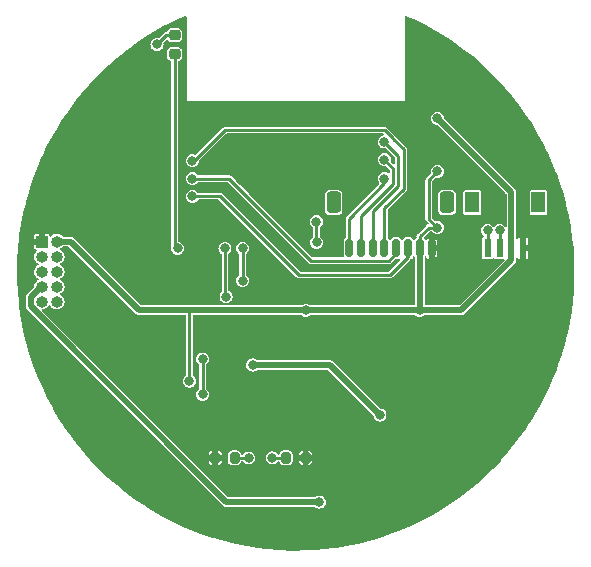
<source format=gbr>
%TF.GenerationSoftware,KiCad,Pcbnew,6.0.11-2627ca5db0~126~ubuntu22.04.1*%
%TF.CreationDate,2023-12-08T19:13:14-08:00*%
%TF.ProjectId,compact-probe,636f6d70-6163-4742-9d70-726f62652e6b,rev?*%
%TF.SameCoordinates,Original*%
%TF.FileFunction,Copper,L1,Top*%
%TF.FilePolarity,Positive*%
%FSLAX46Y46*%
G04 Gerber Fmt 4.6, Leading zero omitted, Abs format (unit mm)*
G04 Created by KiCad (PCBNEW 6.0.11-2627ca5db0~126~ubuntu22.04.1) date 2023-12-08 19:13:14*
%MOMM*%
%LPD*%
G01*
G04 APERTURE LIST*
G04 Aperture macros list*
%AMRoundRect*
0 Rectangle with rounded corners*
0 $1 Rounding radius*
0 $2 $3 $4 $5 $6 $7 $8 $9 X,Y pos of 4 corners*
0 Add a 4 corners polygon primitive as box body*
4,1,4,$2,$3,$4,$5,$6,$7,$8,$9,$2,$3,0*
0 Add four circle primitives for the rounded corners*
1,1,$1+$1,$2,$3*
1,1,$1+$1,$4,$5*
1,1,$1+$1,$6,$7*
1,1,$1+$1,$8,$9*
0 Add four rect primitives between the rounded corners*
20,1,$1+$1,$2,$3,$4,$5,0*
20,1,$1+$1,$4,$5,$6,$7,0*
20,1,$1+$1,$6,$7,$8,$9,0*
20,1,$1+$1,$8,$9,$2,$3,0*%
G04 Aperture macros list end*
%TA.AperFunction,SMDPad,CuDef*%
%ADD10RoundRect,0.218750X-0.256250X0.218750X-0.256250X-0.218750X0.256250X-0.218750X0.256250X0.218750X0*%
%TD*%
%TA.AperFunction,SMDPad,CuDef*%
%ADD11RoundRect,0.200000X0.200000X0.275000X-0.200000X0.275000X-0.200000X-0.275000X0.200000X-0.275000X0*%
%TD*%
%TA.AperFunction,SMDPad,CuDef*%
%ADD12R,0.600000X1.550000*%
%TD*%
%TA.AperFunction,SMDPad,CuDef*%
%ADD13R,1.200000X1.800000*%
%TD*%
%TA.AperFunction,ComponentPad*%
%ADD14R,1.000000X1.000000*%
%TD*%
%TA.AperFunction,ComponentPad*%
%ADD15O,1.000000X1.000000*%
%TD*%
%TA.AperFunction,SMDPad,CuDef*%
%ADD16RoundRect,0.150000X0.150000X0.625000X-0.150000X0.625000X-0.150000X-0.625000X0.150000X-0.625000X0*%
%TD*%
%TA.AperFunction,SMDPad,CuDef*%
%ADD17RoundRect,0.250000X0.350000X0.650000X-0.350000X0.650000X-0.350000X-0.650000X0.350000X-0.650000X0*%
%TD*%
%TA.AperFunction,SMDPad,CuDef*%
%ADD18RoundRect,0.200000X-0.200000X-0.275000X0.200000X-0.275000X0.200000X0.275000X-0.200000X0.275000X0*%
%TD*%
%TA.AperFunction,ComponentPad*%
%ADD19C,0.400000*%
%TD*%
%TA.AperFunction,ViaPad*%
%ADD20C,0.800000*%
%TD*%
%TA.AperFunction,ViaPad*%
%ADD21C,4.000000*%
%TD*%
%TA.AperFunction,Conductor*%
%ADD22C,0.500000*%
%TD*%
%TA.AperFunction,Conductor*%
%ADD23C,0.250000*%
%TD*%
G04 APERTURE END LIST*
D10*
%TO.P,D1,1,K*%
%TO.N,Net-(D1-Pad1)*%
X-10250000Y20037500D03*
%TO.P,D1,2,A*%
%TO.N,Net-(D1-Pad2)*%
X-10250000Y18462500D03*
%TD*%
D11*
%TO.P,R6,1*%
%TO.N,CANH*%
X-5175000Y-15750000D03*
%TO.P,R6,2*%
%TO.N,GND*%
X-6825000Y-15750000D03*
%TD*%
D12*
%TO.P,J2,1,Pin_1*%
%TO.N,GND*%
X19250000Y2000000D03*
%TO.P,J2,2,Pin_2*%
%TO.N,+3V3*%
X18250000Y2000000D03*
%TO.P,J2,3,Pin_3*%
%TO.N,SDA*%
X17250000Y2000000D03*
%TO.P,J2,4,Pin_4*%
%TO.N,SCL*%
X16250000Y2000000D03*
D13*
%TO.P,J2,S1*%
%TO.N,N/C*%
X20550000Y5875000D03*
%TO.P,J2,S2*%
X14950000Y5875000D03*
%TD*%
D14*
%TO.P,J3,1,Pin_1*%
%TO.N,GND*%
X-21500000Y2550000D03*
D15*
%TO.P,J3,2,Pin_2*%
%TO.N,+3V3*%
X-20230000Y2550000D03*
%TO.P,J3,3,Pin_3*%
%TO.N,TXD*%
X-21500000Y1280000D03*
%TO.P,J3,4,Pin_4*%
%TO.N,RXD*%
X-20230000Y1280000D03*
%TO.P,J3,5,Pin_5*%
%TO.N,MCU_EN*%
X-21500000Y10000D03*
%TO.P,J3,6,Pin_6*%
%TO.N,MCU_IO9*%
X-20230000Y10000D03*
%TO.P,J3,7,Pin_7*%
%TO.N,VBAT_5V*%
X-21500000Y-1260000D03*
%TO.P,J3,8,Pin_8*%
%TO.N,unconnected-(J3-Pad8)*%
X-20230000Y-1260000D03*
%TO.P,J3,9,Pin_9*%
%TO.N,unconnected-(J3-Pad9)*%
X-21500000Y-2530000D03*
%TO.P,J3,10,Pin_10*%
%TO.N,unconnected-(J3-Pad10)*%
X-20230000Y-2530000D03*
%TD*%
D16*
%TO.P,J1,1,Pin_1*%
%TO.N,GND*%
X11500000Y2000000D03*
%TO.P,J1,2,Pin_2*%
%TO.N,+3V3*%
X10500000Y2000000D03*
%TO.P,J1,3,Pin_3*%
%TO.N,MISO*%
X9500000Y2000000D03*
%TO.P,J1,4,Pin_4*%
%TO.N,SCLK*%
X8500000Y2000000D03*
%TO.P,J1,5,Pin_5*%
%TO.N,SS1*%
X7500000Y2000000D03*
%TO.P,J1,6,Pin_6*%
%TO.N,SS2*%
X6500000Y2000000D03*
%TO.P,J1,7,Pin_7*%
%TO.N,SS3*%
X5500000Y2000000D03*
%TO.P,J1,8,Pin_8*%
%TO.N,SS4*%
X4500000Y2000000D03*
D17*
%TO.P,J1,MP*%
%TO.N,N/C*%
X12800000Y5875000D03*
X3200000Y5875000D03*
%TD*%
D18*
%TO.P,R5,1*%
%TO.N,CANL*%
X-825000Y-15750000D03*
%TO.P,R5,2*%
%TO.N,GND*%
X825000Y-15750000D03*
%TD*%
D19*
%TO.P,U4,28,GND*%
%TO.N,GND*%
X-410000Y8800000D03*
%TO.P,U4,29,GND*%
X-1510000Y8800000D03*
%TO.P,U4,30,GND*%
X140000Y8250000D03*
%TO.P,U4,31,GND*%
X-960000Y8250000D03*
%TO.P,U4,32,GND*%
X-2060000Y8250000D03*
%TO.P,U4,33,GND*%
X-410000Y7700000D03*
%TO.P,U4,34,GND*%
X-1510000Y7700000D03*
%TO.P,U4,35,GND*%
X140000Y7150000D03*
%TO.P,U4,36,GND*%
X-960000Y7150000D03*
%TO.P,U4,37,GND*%
X-2060000Y7150000D03*
%TO.P,U4,38,GND*%
X-410000Y6600000D03*
%TO.P,U4,39,GND*%
X-1510000Y6600000D03*
%TD*%
D20*
%TO.N,GND*%
X5250000Y8500000D03*
X10000000Y-17500000D03*
X15000000Y-5000000D03*
X16250000Y5000000D03*
X20000000Y-5000000D03*
X-15000000Y2500000D03*
X-10000000Y-20000000D03*
D21*
X15000000Y15000000D03*
D20*
X-20000000Y10000000D03*
D21*
X-15000000Y-15000000D03*
D20*
X-12500000Y7500000D03*
X-6250000Y9750000D03*
X10000000Y20000000D03*
X0Y10000000D03*
X10000000Y-20000000D03*
X-19750000Y3750000D03*
X-15000000Y-5000000D03*
X-1000000Y-11750000D03*
X-8250000Y-13750000D03*
X20000000Y10000000D03*
X-1250000Y2250000D03*
X-2500000Y10000000D03*
X5500000Y-1250000D03*
X7500000Y-20000000D03*
D21*
X15000000Y-15000000D03*
D20*
X22250000Y0D03*
X-12500000Y10000000D03*
D21*
X-15000000Y15000000D03*
D20*
X2500000Y10000000D03*
X-20000000Y-10000000D03*
X-20000000Y7500000D03*
%TO.N,+3V3*%
X10500000Y-3250000D03*
X12000000Y8500000D03*
X12000000Y13000000D03*
X12000000Y3750000D03*
X-9000000Y-9250000D03*
X850000Y-3250000D03*
%TO.N,MCU_EN*%
X1762299Y2487701D03*
X1750000Y4250000D03*
%TO.N,Net-(D1-Pad1)*%
X-11750000Y19250000D03*
%TO.N,Net-(D1-Pad2)*%
X-10000000Y2000000D03*
%TO.N,CAN_TX*%
X-5898056Y-2101944D03*
X-6000000Y2000000D03*
%TO.N,CAN_RX*%
X-4500000Y2000000D03*
X-4500000Y-750000D03*
%TO.N,SDA*%
X17250000Y3500000D03*
%TO.N,SCL*%
X16250000Y3500000D03*
%TO.N,MISO*%
X-8750000Y6400000D03*
%TO.N,SCLK*%
X-8750000Y7900000D03*
%TO.N,SS1*%
X-8750000Y9400000D03*
%TO.N,SS2*%
X7500000Y11000000D03*
%TO.N,SS3*%
X7500000Y9500000D03*
%TO.N,CANH*%
X-7875000Y-7375000D03*
X-7875000Y-10375000D03*
X-4000000Y-15750000D03*
%TO.N,CANL*%
X-2000000Y-15750000D03*
%TO.N,SS4*%
X7500000Y7900000D03*
%TO.N,VBAT_5V*%
X7125000Y-12125000D03*
X2000000Y-19500000D03*
X-3635000Y-7885000D03*
%TD*%
D22*
%TO.N,+3V3*%
X-19050000Y2550000D02*
X-20230000Y2550000D01*
D23*
X12000000Y3750000D02*
X11250000Y3750000D01*
X12000000Y3750000D02*
X11250000Y4500000D01*
D22*
X4750000Y-3250000D02*
X4250000Y-3250000D01*
X10500000Y-3250000D02*
X10500000Y2000000D01*
D23*
X11250000Y3750000D02*
X10500000Y3000000D01*
D22*
X-13250000Y-3250000D02*
X-19050000Y2550000D01*
X18250000Y6750000D02*
X12000000Y13000000D01*
X18250000Y975000D02*
X14025000Y-3250000D01*
D23*
X-9000000Y-9250000D02*
X-9000000Y-3250000D01*
D22*
X10500000Y-3250000D02*
X4750000Y-3250000D01*
X18250000Y2000000D02*
X18250000Y975000D01*
D23*
X11250000Y4500000D02*
X11250000Y7750000D01*
X11250000Y7750000D02*
X12000000Y8500000D01*
D22*
X18250000Y2000000D02*
X18250000Y6750000D01*
D23*
X10500000Y3000000D02*
X10500000Y2000000D01*
D22*
X14025000Y-3250000D02*
X10500000Y-3250000D01*
X-9000000Y-3250000D02*
X-13250000Y-3250000D01*
X850000Y-3250000D02*
X-9000000Y-3250000D01*
X4250000Y-3250000D02*
X850000Y-3250000D01*
D23*
%TO.N,MCU_EN*%
X1750000Y2500000D02*
X1750000Y4250000D01*
X1762299Y2487701D02*
X1750000Y2500000D01*
%TO.N,Net-(D1-Pad1)*%
X-10962500Y20037500D02*
X-11750000Y19250000D01*
X-10250000Y20037500D02*
X-10962500Y20037500D01*
%TO.N,Net-(D1-Pad2)*%
X-10250000Y2250000D02*
X-10000000Y2000000D01*
X-10250000Y18462500D02*
X-10250000Y2250000D01*
%TO.N,CAN_TX*%
X-5898056Y-2101944D02*
X-6000000Y-2000000D01*
X-6000000Y-2000000D02*
X-6000000Y2000000D01*
%TO.N,CAN_RX*%
X-4500000Y-750000D02*
X-4500000Y2000000D01*
%TO.N,SDA*%
X17250000Y2250000D02*
X17250000Y3500000D01*
%TO.N,SCL*%
X16250000Y3500000D02*
X16250000Y2250000D01*
%TO.N,MISO*%
X-6400000Y6400000D02*
X250000Y-250000D01*
X9500000Y1250000D02*
X9500000Y2000000D01*
X-8750000Y6400000D02*
X-6400000Y6400000D01*
X250000Y-250000D02*
X8000000Y-250000D01*
X8000000Y-250000D02*
X9500000Y1250000D01*
%TO.N,SCLK*%
X-5650000Y7900000D02*
X1300000Y950000D01*
X7896751Y950000D02*
X8500000Y1553249D01*
X8500000Y1553249D02*
X8500000Y2000000D01*
X1300000Y950000D02*
X7896751Y950000D01*
X-8750000Y7900000D02*
X-5650000Y7900000D01*
%TO.N,SS1*%
X9125000Y7000000D02*
X7500000Y5375000D01*
X8225000Y11300305D02*
X8225000Y11275000D01*
X7525305Y12000000D02*
X8225000Y11300305D01*
X-8750000Y9400000D02*
X-8600000Y9400000D01*
X-6000000Y12000000D02*
X7525305Y12000000D01*
X-8600000Y9400000D02*
X-6000000Y12000000D01*
X9125000Y10375000D02*
X9125000Y7000000D01*
X7500000Y5375000D02*
X7500000Y2000000D01*
X8225000Y11275000D02*
X9125000Y10375000D01*
%TO.N,SS2*%
X7500000Y11000000D02*
X8675000Y9825000D01*
X8675000Y9825000D02*
X8675000Y7288604D01*
X6500000Y5113604D02*
X6500000Y2000000D01*
X8675000Y7288604D02*
X6500000Y5113604D01*
%TO.N,SS3*%
X5500000Y4750000D02*
X5500000Y2000000D01*
X8225000Y8775000D02*
X8225000Y7475000D01*
X8225000Y7475000D02*
X5500000Y4750000D01*
X7500000Y9500000D02*
X8225000Y8775000D01*
%TO.N,CANH*%
X-4000000Y-15750000D02*
X-5175000Y-15750000D01*
X-7875000Y-7375000D02*
X-7875000Y-10375000D01*
%TO.N,CANL*%
X-825000Y-15750000D02*
X-2000000Y-15750000D01*
%TO.N,SS4*%
X4500000Y4500000D02*
X4500000Y2000000D01*
X7500000Y7900000D02*
X7500000Y7500000D01*
X7500000Y7500000D02*
X4500000Y4500000D01*
D22*
%TO.N,VBAT_5V*%
X-7061752Y-18311752D02*
X-22450000Y-2923503D01*
X2885000Y-7885000D02*
X-3635000Y-7885000D01*
X7125000Y-12125000D02*
X2885000Y-7885000D01*
X-21573503Y-1260000D02*
X-21500000Y-1260000D01*
X-22450000Y-2136497D02*
X-21573503Y-1260000D01*
X-5873504Y-19500000D02*
X-7061752Y-18311752D01*
X-22450000Y-2923503D02*
X-22450000Y-2136497D01*
X2000000Y-19500000D02*
X-5873504Y-19500000D01*
%TD*%
%TA.AperFunction,Conductor*%
%TO.N,GND*%
G36*
X9354628Y21665803D02*
G01*
X9502788Y21598439D01*
X10195680Y21283401D01*
X10198328Y21282132D01*
X10817179Y20970205D01*
X11041567Y20857104D01*
X11044189Y20855717D01*
X11869740Y20397163D01*
X11872282Y20395683D01*
X12043708Y20291250D01*
X12678736Y19904387D01*
X12681241Y19902791D01*
X12864061Y19781096D01*
X13362211Y19449500D01*
X13467316Y19379536D01*
X13469747Y19377847D01*
X13934704Y19040655D01*
X14234210Y18823450D01*
X14236579Y18821658D01*
X14978155Y18237047D01*
X14980443Y18235168D01*
X15479460Y17808214D01*
X15697973Y17621256D01*
X15700191Y17619280D01*
X16392492Y16977078D01*
X16394629Y16975015D01*
X16672239Y16695948D01*
X17060637Y16305510D01*
X17062663Y16303390D01*
X17516506Y15808974D01*
X17701245Y15607720D01*
X17703209Y15605492D01*
X18313337Y14884779D01*
X18315211Y14882474D01*
X18895946Y14137829D01*
X18897725Y14135451D01*
X19448106Y13368103D01*
X19449788Y13365655D01*
X19968921Y12576852D01*
X19970504Y12574338D01*
X20457560Y11765339D01*
X20459041Y11762764D01*
X20913246Y10934858D01*
X20914622Y10932226D01*
X21020937Y10718525D01*
X21225685Y10306966D01*
X21335241Y10086749D01*
X21336506Y10084071D01*
X21720854Y9226859D01*
X21722842Y9222425D01*
X21723995Y9219710D01*
X22072147Y8351467D01*
X22075456Y8343215D01*
X22076500Y8340452D01*
X22392508Y7450542D01*
X22393443Y7447728D01*
X22671124Y6553455D01*
X22673466Y6545911D01*
X22674288Y6543065D01*
X22854668Y5867518D01*
X22917896Y5630720D01*
X22918603Y5627843D01*
X23119508Y4732718D01*
X23125409Y4706428D01*
X23126000Y4703521D01*
X23294396Y3781475D01*
X23295655Y3774580D01*
X23296127Y3771666D01*
X23428148Y2838206D01*
X23428369Y2836643D01*
X23428723Y2833722D01*
X23523335Y1894127D01*
X23523572Y1891178D01*
X23580399Y948568D01*
X23580518Y945604D01*
X23584795Y732542D01*
X23599477Y1135D01*
X23599488Y-1125D01*
X23597785Y-163735D01*
X23595097Y-420471D01*
X23594336Y-493096D01*
X23594278Y-495347D01*
X23586264Y-690627D01*
X23555542Y-1439247D01*
X23555360Y-1442212D01*
X23533875Y-1706368D01*
X23479237Y-2378123D01*
X23478808Y-2383394D01*
X23478510Y-2386334D01*
X23453543Y-2591148D01*
X23364244Y-3323710D01*
X23363826Y-3326651D01*
X23212035Y-4258689D01*
X23211499Y-4261611D01*
X23022424Y-5186808D01*
X23021774Y-5189693D01*
X22972289Y-5390403D01*
X22795721Y-6106564D01*
X22794952Y-6109433D01*
X22541048Y-6986230D01*
X22532286Y-7016487D01*
X22531408Y-7019304D01*
X22320117Y-7652625D01*
X22232560Y-7915065D01*
X22231564Y-7917863D01*
X22096723Y-8273770D01*
X21905468Y-8778582D01*
X21896998Y-8800937D01*
X21895899Y-8803672D01*
X21646881Y-9388901D01*
X21526156Y-9672623D01*
X21524938Y-9675332D01*
X21120641Y-10528698D01*
X21119316Y-10531356D01*
X20681088Y-11367830D01*
X20679657Y-11370433D01*
X20208217Y-12188640D01*
X20206683Y-12191183D01*
X20107755Y-12347974D01*
X19910043Y-12661330D01*
X19702788Y-12989809D01*
X19701161Y-12992277D01*
X19466440Y-13333161D01*
X19165598Y-13770071D01*
X19163864Y-13772483D01*
X18597562Y-14528099D01*
X18595734Y-14530440D01*
X17999515Y-15262780D01*
X17997614Y-15265021D01*
X17372502Y-15972825D01*
X17370509Y-15974993D01*
X16717489Y-16657147D01*
X16715392Y-16659251D01*
X16035547Y-17314624D01*
X16033368Y-17316642D01*
X15327754Y-17944218D01*
X15325495Y-17946147D01*
X14595283Y-18544884D01*
X14592955Y-18546716D01*
X13845178Y-19111230D01*
X13839285Y-19115679D01*
X13836879Y-19117421D01*
X13060989Y-19655675D01*
X13058515Y-19657319D01*
X12261642Y-20164005D01*
X12259104Y-20165548D01*
X11442548Y-20639843D01*
X11439958Y-20641278D01*
X10604990Y-21082438D01*
X10602359Y-21083761D01*
X9750418Y-21491029D01*
X9747719Y-21492254D01*
X8901836Y-21855674D01*
X8880059Y-21865030D01*
X8877307Y-21866147D01*
X7995428Y-22203787D01*
X7992637Y-22204791D01*
X7097901Y-22506773D01*
X7095085Y-22507660D01*
X6188949Y-22773492D01*
X6186119Y-22774261D01*
X5270026Y-23003518D01*
X5267135Y-23004180D01*
X4695914Y-23122994D01*
X4342631Y-23196477D01*
X4339712Y-23197024D01*
X3408205Y-23352069D01*
X3405266Y-23352498D01*
X3178669Y-23380923D01*
X2468262Y-23470038D01*
X2465347Y-23470344D01*
X1524408Y-23550185D01*
X1521461Y-23550375D01*
X578034Y-23592391D01*
X575111Y-23592461D01*
X96109Y-23594552D01*
X-369183Y-23596582D01*
X-372153Y-23596536D01*
X-1268874Y-23564439D01*
X-1315881Y-23562756D01*
X-1318846Y-23562590D01*
X-1480280Y-23550310D01*
X-2260441Y-23490965D01*
X-2263390Y-23490681D01*
X-2541398Y-23458268D01*
X-3201342Y-23381326D01*
X-3204284Y-23380923D01*
X-4137099Y-23234014D01*
X-4140024Y-23233493D01*
X-5066193Y-23049266D01*
X-5069094Y-23048628D01*
X-5987100Y-22827387D01*
X-5989973Y-22826634D01*
X-6898414Y-22568715D01*
X-6901254Y-22567846D01*
X-6919059Y-22562009D01*
X-7084841Y-22507663D01*
X-7798563Y-22273693D01*
X-7801367Y-22272711D01*
X-8287750Y-22091344D01*
X-8686171Y-21942776D01*
X-8688894Y-21941699D01*
X-9559808Y-21576494D01*
X-9562482Y-21575308D01*
X-10061611Y-21342030D01*
X-10417964Y-21175481D01*
X-10420629Y-21174170D01*
X-11259376Y-20740333D01*
X-11261987Y-20738916D01*
X-11434725Y-20640588D01*
X-12082691Y-20271744D01*
X-12085202Y-20270247D01*
X-12546239Y-19982718D01*
X-12886462Y-19770535D01*
X-12888951Y-19768913D01*
X-13669526Y-19237438D01*
X-13671947Y-19235717D01*
X-14430534Y-18673368D01*
X-14432884Y-18671552D01*
X-15168325Y-18079185D01*
X-15170600Y-18077275D01*
X-15881639Y-17455903D01*
X-15883836Y-17453904D01*
X-16340482Y-17021320D01*
X-16569402Y-16804462D01*
X-16571487Y-16802406D01*
X-17230415Y-16125997D01*
X-17232443Y-16123831D01*
X-17294803Y-16054451D01*
X-17435255Y-15898190D01*
X-17863715Y-15421501D01*
X-17865656Y-15419252D01*
X-18468218Y-14692172D01*
X-18470067Y-14689847D01*
X-18591722Y-14530440D01*
X-19042954Y-13939185D01*
X-19044708Y-13936789D01*
X-19587023Y-13163721D01*
X-19588680Y-13161255D01*
X-19698146Y-12991070D01*
X-20099537Y-12367038D01*
X-20101088Y-12364516D01*
X-20110812Y-12347974D01*
X-20525668Y-11642282D01*
X-20579640Y-11550472D01*
X-20581094Y-11547882D01*
X-20677435Y-11367830D01*
X-21026624Y-10715227D01*
X-21027963Y-10712598D01*
X-21057019Y-10652625D01*
X-21439681Y-9862812D01*
X-21440923Y-9860114D01*
X-21818232Y-8994427D01*
X-21819364Y-8991680D01*
X-22161622Y-8111567D01*
X-22162642Y-8108778D01*
X-22469295Y-7215662D01*
X-22470203Y-7212834D01*
X-22740771Y-6308116D01*
X-22741565Y-6305253D01*
X-22975607Y-5390403D01*
X-22976285Y-5387512D01*
X-23173423Y-4464017D01*
X-23173985Y-4461100D01*
X-23333905Y-3530419D01*
X-23334349Y-3527482D01*
X-23405034Y-2986936D01*
X-22850500Y-2986936D01*
X-22848700Y-2992474D01*
X-22848700Y-2992477D01*
X-22842438Y-3011749D01*
X-22839727Y-3023040D01*
X-22835646Y-3048807D01*
X-22833000Y-3054000D01*
X-22823802Y-3072053D01*
X-22819358Y-3082781D01*
X-22811296Y-3107593D01*
X-22807874Y-3112302D01*
X-22807872Y-3112307D01*
X-22795961Y-3128701D01*
X-22789894Y-3138601D01*
X-22785342Y-3147534D01*
X-22778050Y-3161845D01*
X-22755487Y-3184408D01*
X-22755484Y-3184412D01*
X-7367236Y-18572661D01*
X-6201554Y-19738342D01*
X-6111846Y-19828050D01*
X-6088599Y-19839895D01*
X-6078701Y-19845961D01*
X-6057594Y-19861296D01*
X-6052057Y-19863095D01*
X-6032784Y-19869357D01*
X-6022056Y-19873801D01*
X-6004313Y-19882841D01*
X-5998808Y-19885646D01*
X-5973031Y-19889729D01*
X-5961747Y-19892438D01*
X-5952110Y-19895569D01*
X-5942478Y-19898699D01*
X-5942476Y-19898699D01*
X-5936937Y-19900499D01*
X-5905027Y-19900499D01*
X-5905023Y-19900500D01*
X1592528Y-19900500D01*
X1637575Y-19915791D01*
X1722375Y-19980861D01*
X1856291Y-20036330D01*
X2000000Y-20055250D01*
X2004808Y-20054617D01*
X2138901Y-20036963D01*
X2143709Y-20036330D01*
X2277625Y-19980861D01*
X2392621Y-19892621D01*
X2480861Y-19777625D01*
X2536330Y-19643709D01*
X2555250Y-19500000D01*
X2536330Y-19356291D01*
X2480861Y-19222375D01*
X2392621Y-19107379D01*
X2277625Y-19019139D01*
X2143709Y-18963670D01*
X2000000Y-18944750D01*
X1856291Y-18963670D01*
X1722375Y-19019139D01*
X1637575Y-19084209D01*
X1592528Y-19099500D01*
X-5676960Y-19099500D01*
X-5724526Y-19082187D01*
X-5729286Y-19077826D01*
X-6260390Y-18546721D01*
X-8751635Y-16055476D01*
X-7374999Y-16055476D01*
X-7374606Y-16060848D01*
X-7365711Y-16121279D01*
X-7362341Y-16132126D01*
X-7316217Y-16226069D01*
X-7309191Y-16235883D01*
X-7235386Y-16309559D01*
X-7225561Y-16316567D01*
X-7131530Y-16362531D01*
X-7120695Y-16365880D01*
X-7087910Y-16370663D01*
X-7077496Y-16368506D01*
X-7075000Y-16365345D01*
X-7075000Y-16359475D01*
X-6575000Y-16359475D01*
X-6571362Y-16369471D01*
X-6567888Y-16371476D01*
X-6528721Y-16365711D01*
X-6517874Y-16362341D01*
X-6423931Y-16316217D01*
X-6414117Y-16309191D01*
X-6340441Y-16235386D01*
X-6333433Y-16225561D01*
X-6287471Y-16131534D01*
X-6284120Y-16120690D01*
X-6275387Y-16060829D01*
X-6275198Y-16058218D01*
X-5725500Y-16058218D01*
X-5725105Y-16060901D01*
X-5716196Y-16121423D01*
X-5716195Y-16121426D01*
X-5715358Y-16127112D01*
X-5712825Y-16132272D01*
X-5712824Y-16132274D01*
X-5706293Y-16145576D01*
X-5663932Y-16231855D01*
X-5659603Y-16236176D01*
X-5659602Y-16236178D01*
X-5585679Y-16309972D01*
X-5581350Y-16314293D01*
X-5575853Y-16316980D01*
X-5482066Y-16362824D01*
X-5476518Y-16365536D01*
X-5408218Y-16375500D01*
X-4941782Y-16375500D01*
X-4935637Y-16374595D01*
X-4878577Y-16366196D01*
X-4878574Y-16366195D01*
X-4872888Y-16365358D01*
X-4867728Y-16362825D01*
X-4867726Y-16362824D01*
X-4821883Y-16340316D01*
X-4768145Y-16313932D01*
X-4763824Y-16309603D01*
X-4763822Y-16309602D01*
X-4690028Y-16235679D01*
X-4690027Y-16235677D01*
X-4685707Y-16231350D01*
X-4640453Y-16138770D01*
X-4636988Y-16131682D01*
X-4636988Y-16131681D01*
X-4634464Y-16126518D01*
X-4628964Y-16088817D01*
X-4604966Y-16044249D01*
X-4555739Y-16025500D01*
X-4518984Y-16025500D01*
X-4471418Y-16042813D01*
X-4460279Y-16054448D01*
X-4392621Y-16142621D01*
X-4277625Y-16230861D01*
X-4143709Y-16286330D01*
X-4000000Y-16305250D01*
X-3995192Y-16304617D01*
X-3861099Y-16286963D01*
X-3856291Y-16286330D01*
X-3722375Y-16230861D01*
X-3607379Y-16142621D01*
X-3519139Y-16027625D01*
X-3463670Y-15893709D01*
X-3444750Y-15750000D01*
X-2555250Y-15750000D01*
X-2536330Y-15893709D01*
X-2480861Y-16027625D01*
X-2392621Y-16142621D01*
X-2277625Y-16230861D01*
X-2143709Y-16286330D01*
X-2000000Y-16305250D01*
X-1995192Y-16304617D01*
X-1861099Y-16286963D01*
X-1856291Y-16286330D01*
X-1722375Y-16230861D01*
X-1607379Y-16142621D01*
X-1539723Y-16054450D01*
X-1497032Y-16027254D01*
X-1481016Y-16025500D01*
X-1444220Y-16025500D01*
X-1396654Y-16042813D01*
X-1371009Y-16088723D01*
X-1366196Y-16121422D01*
X-1366195Y-16121424D01*
X-1365358Y-16127112D01*
X-1362825Y-16132272D01*
X-1362824Y-16132274D01*
X-1356293Y-16145576D01*
X-1313932Y-16231855D01*
X-1309603Y-16236176D01*
X-1309602Y-16236178D01*
X-1235679Y-16309972D01*
X-1231350Y-16314293D01*
X-1225853Y-16316980D01*
X-1132066Y-16362824D01*
X-1126518Y-16365536D01*
X-1058218Y-16375500D01*
X-591782Y-16375500D01*
X-585637Y-16374595D01*
X-528577Y-16366196D01*
X-528574Y-16366195D01*
X-522888Y-16365358D01*
X-517728Y-16362825D01*
X-517726Y-16362824D01*
X-471883Y-16340316D01*
X-418145Y-16313932D01*
X-413824Y-16309603D01*
X-413822Y-16309602D01*
X-340028Y-16235679D01*
X-340027Y-16235677D01*
X-335707Y-16231350D01*
X-290453Y-16138770D01*
X-286988Y-16131682D01*
X-286988Y-16131681D01*
X-284464Y-16126518D01*
X-274500Y-16058218D01*
X-274500Y-16055476D01*
X275001Y-16055476D01*
X275394Y-16060848D01*
X284289Y-16121279D01*
X287659Y-16132126D01*
X333783Y-16226069D01*
X340809Y-16235883D01*
X414614Y-16309559D01*
X424439Y-16316567D01*
X518470Y-16362531D01*
X529305Y-16365880D01*
X562090Y-16370663D01*
X572504Y-16368506D01*
X575000Y-16365345D01*
X575000Y-16359475D01*
X1075000Y-16359475D01*
X1078638Y-16369471D01*
X1082112Y-16371476D01*
X1121279Y-16365711D01*
X1132126Y-16362341D01*
X1226069Y-16316217D01*
X1235883Y-16309191D01*
X1309559Y-16235386D01*
X1316567Y-16225561D01*
X1362529Y-16131534D01*
X1365880Y-16120690D01*
X1374613Y-16060829D01*
X1375000Y-16055496D01*
X1375000Y-16013048D01*
X1371362Y-16003052D01*
X1366075Y-16000000D01*
X1088048Y-16000000D01*
X1078052Y-16003638D01*
X1075000Y-16008925D01*
X1075000Y-16359475D01*
X575000Y-16359475D01*
X575000Y-16013048D01*
X571362Y-16003052D01*
X566075Y-16000000D01*
X288049Y-16000000D01*
X278053Y-16003638D01*
X275001Y-16008925D01*
X275001Y-16055476D01*
X-274500Y-16055476D01*
X-274500Y-15486952D01*
X275000Y-15486952D01*
X278638Y-15496948D01*
X283925Y-15500000D01*
X561952Y-15500000D01*
X571948Y-15496362D01*
X575000Y-15491075D01*
X575000Y-15486952D01*
X1075000Y-15486952D01*
X1078638Y-15496948D01*
X1083925Y-15500000D01*
X1361951Y-15500000D01*
X1371947Y-15496362D01*
X1374999Y-15491075D01*
X1374999Y-15444524D01*
X1374606Y-15439152D01*
X1365711Y-15378721D01*
X1362341Y-15367874D01*
X1316217Y-15273931D01*
X1309191Y-15264117D01*
X1235386Y-15190441D01*
X1225561Y-15183433D01*
X1131530Y-15137469D01*
X1120695Y-15134120D01*
X1087910Y-15129337D01*
X1077496Y-15131494D01*
X1075000Y-15134655D01*
X1075000Y-15486952D01*
X575000Y-15486952D01*
X575000Y-15140525D01*
X571362Y-15130529D01*
X567888Y-15128524D01*
X528721Y-15134289D01*
X517874Y-15137659D01*
X423931Y-15183783D01*
X414117Y-15190809D01*
X340441Y-15264614D01*
X333433Y-15274439D01*
X287471Y-15368466D01*
X284120Y-15379310D01*
X275387Y-15439171D01*
X275000Y-15444504D01*
X275000Y-15486952D01*
X-274500Y-15486952D01*
X-274500Y-15441782D01*
X-275405Y-15435637D01*
X-283804Y-15378577D01*
X-283805Y-15378574D01*
X-284642Y-15372888D01*
X-290365Y-15361230D01*
X-332978Y-15274439D01*
X-336068Y-15268145D01*
X-340397Y-15263824D01*
X-340398Y-15263822D01*
X-414321Y-15190028D01*
X-414323Y-15190027D01*
X-418650Y-15185707D01*
X-424147Y-15183020D01*
X-518318Y-15136988D01*
X-518319Y-15136988D01*
X-523482Y-15134464D01*
X-591782Y-15124500D01*
X-1058218Y-15124500D01*
X-1060901Y-15124895D01*
X-1121423Y-15133804D01*
X-1121426Y-15133805D01*
X-1127112Y-15134642D01*
X-1132272Y-15137175D01*
X-1132274Y-15137176D01*
X-1178117Y-15159684D01*
X-1231855Y-15186068D01*
X-1236176Y-15190397D01*
X-1236178Y-15190398D01*
X-1309768Y-15264117D01*
X-1314293Y-15268650D01*
X-1316980Y-15274147D01*
X-1362722Y-15367726D01*
X-1365536Y-15373482D01*
X-1366365Y-15379167D01*
X-1371036Y-15411183D01*
X-1395034Y-15455751D01*
X-1444261Y-15474500D01*
X-1481016Y-15474500D01*
X-1528582Y-15457187D01*
X-1539721Y-15445552D01*
X-1607379Y-15357379D01*
X-1722375Y-15269139D01*
X-1856291Y-15213670D01*
X-2000000Y-15194750D01*
X-2143709Y-15213670D01*
X-2277625Y-15269139D01*
X-2392621Y-15357379D01*
X-2480861Y-15472375D01*
X-2536330Y-15606291D01*
X-2555250Y-15750000D01*
X-3444750Y-15750000D01*
X-3463670Y-15606291D01*
X-3519139Y-15472375D01*
X-3607379Y-15357379D01*
X-3722375Y-15269139D01*
X-3856291Y-15213670D01*
X-4000000Y-15194750D01*
X-4143709Y-15213670D01*
X-4277625Y-15269139D01*
X-4392621Y-15357379D01*
X-4460277Y-15445550D01*
X-4502968Y-15472746D01*
X-4518984Y-15474500D01*
X-4555780Y-15474500D01*
X-4603346Y-15457187D01*
X-4628991Y-15411277D01*
X-4633804Y-15378578D01*
X-4633805Y-15378576D01*
X-4634642Y-15372888D01*
X-4640365Y-15361230D01*
X-4682978Y-15274439D01*
X-4686068Y-15268145D01*
X-4690397Y-15263824D01*
X-4690398Y-15263822D01*
X-4764321Y-15190028D01*
X-4764323Y-15190027D01*
X-4768650Y-15185707D01*
X-4774147Y-15183020D01*
X-4868318Y-15136988D01*
X-4868319Y-15136988D01*
X-4873482Y-15134464D01*
X-4941782Y-15124500D01*
X-5408218Y-15124500D01*
X-5410901Y-15124895D01*
X-5471423Y-15133804D01*
X-5471426Y-15133805D01*
X-5477112Y-15134642D01*
X-5482272Y-15137175D01*
X-5482274Y-15137176D01*
X-5528117Y-15159684D01*
X-5581855Y-15186068D01*
X-5586176Y-15190397D01*
X-5586178Y-15190398D01*
X-5659768Y-15264117D01*
X-5664293Y-15268650D01*
X-5666980Y-15274147D01*
X-5712722Y-15367726D01*
X-5715536Y-15373482D01*
X-5725500Y-15441782D01*
X-5725500Y-16058218D01*
X-6275198Y-16058218D01*
X-6275000Y-16055496D01*
X-6275000Y-16013048D01*
X-6278638Y-16003052D01*
X-6283925Y-16000000D01*
X-6561952Y-16000000D01*
X-6571948Y-16003638D01*
X-6575000Y-16008925D01*
X-6575000Y-16359475D01*
X-7075000Y-16359475D01*
X-7075000Y-16013048D01*
X-7078638Y-16003052D01*
X-7083925Y-16000000D01*
X-7361951Y-16000000D01*
X-7371947Y-16003638D01*
X-7374999Y-16008925D01*
X-7374999Y-16055476D01*
X-8751635Y-16055476D01*
X-9320159Y-15486952D01*
X-7375000Y-15486952D01*
X-7371362Y-15496948D01*
X-7366075Y-15500000D01*
X-7088048Y-15500000D01*
X-7078052Y-15496362D01*
X-7075000Y-15491075D01*
X-7075000Y-15486952D01*
X-6575000Y-15486952D01*
X-6571362Y-15496948D01*
X-6566075Y-15500000D01*
X-6288049Y-15500000D01*
X-6278053Y-15496362D01*
X-6275001Y-15491075D01*
X-6275001Y-15444524D01*
X-6275394Y-15439152D01*
X-6284289Y-15378721D01*
X-6287659Y-15367874D01*
X-6333783Y-15273931D01*
X-6340809Y-15264117D01*
X-6414614Y-15190441D01*
X-6424439Y-15183433D01*
X-6518470Y-15137469D01*
X-6529305Y-15134120D01*
X-6562090Y-15129337D01*
X-6572504Y-15131494D01*
X-6575000Y-15134655D01*
X-6575000Y-15486952D01*
X-7075000Y-15486952D01*
X-7075000Y-15140525D01*
X-7078638Y-15130529D01*
X-7082112Y-15128524D01*
X-7121279Y-15134289D01*
X-7132126Y-15137659D01*
X-7226069Y-15183783D01*
X-7235883Y-15190809D01*
X-7309559Y-15264614D01*
X-7316567Y-15274439D01*
X-7362529Y-15368466D01*
X-7365880Y-15379310D01*
X-7374613Y-15439171D01*
X-7375000Y-15444504D01*
X-7375000Y-15486952D01*
X-9320159Y-15486952D01*
X-14140541Y-10666570D01*
X-14432111Y-10375000D01*
X-8430250Y-10375000D01*
X-8411330Y-10518709D01*
X-8409474Y-10523190D01*
X-8406635Y-10530045D01*
X-8355861Y-10652625D01*
X-8267621Y-10767621D01*
X-8152625Y-10855861D01*
X-8018709Y-10911330D01*
X-7875000Y-10930250D01*
X-7870192Y-10929617D01*
X-7736099Y-10911963D01*
X-7731291Y-10911330D01*
X-7597375Y-10855861D01*
X-7482379Y-10767621D01*
X-7394139Y-10652625D01*
X-7343365Y-10530045D01*
X-7340526Y-10523190D01*
X-7338670Y-10518709D01*
X-7319750Y-10375000D01*
X-7338670Y-10231291D01*
X-7394139Y-10097375D01*
X-7482379Y-9982379D01*
X-7570550Y-9914723D01*
X-7597746Y-9872032D01*
X-7599500Y-9856016D01*
X-7599500Y-7893984D01*
X-7596230Y-7885000D01*
X-4190250Y-7885000D01*
X-4171330Y-8028709D01*
X-4115861Y-8162625D01*
X-4027621Y-8277621D01*
X-3912625Y-8365861D01*
X-3778709Y-8421330D01*
X-3635000Y-8440250D01*
X-3630192Y-8439617D01*
X-3496099Y-8421963D01*
X-3491291Y-8421330D01*
X-3357375Y-8365861D01*
X-3272575Y-8300791D01*
X-3227528Y-8285500D01*
X2688455Y-8285500D01*
X2736021Y-8302813D01*
X2740781Y-8307174D01*
X6553677Y-12120070D01*
X6574718Y-12162737D01*
X6588670Y-12268709D01*
X6644139Y-12402625D01*
X6732379Y-12517621D01*
X6847375Y-12605861D01*
X6981291Y-12661330D01*
X7125000Y-12680250D01*
X7129808Y-12679617D01*
X7263901Y-12661963D01*
X7268709Y-12661330D01*
X7402625Y-12605861D01*
X7517621Y-12517621D01*
X7605861Y-12402625D01*
X7661330Y-12268709D01*
X7680250Y-12125000D01*
X7661330Y-11981291D01*
X7605861Y-11847375D01*
X7517621Y-11732379D01*
X7402625Y-11644139D01*
X7268709Y-11588670D01*
X7162737Y-11574718D01*
X7120070Y-11553677D01*
X3145909Y-7579516D01*
X3145905Y-7579513D01*
X3123342Y-7556950D01*
X3118153Y-7554306D01*
X3100098Y-7545106D01*
X3090198Y-7539039D01*
X3073804Y-7527128D01*
X3073799Y-7527126D01*
X3069090Y-7523704D01*
X3063552Y-7521905D01*
X3063551Y-7521904D01*
X3044278Y-7515642D01*
X3033550Y-7511198D01*
X3015497Y-7502000D01*
X3010304Y-7499354D01*
X2990579Y-7496230D01*
X2984537Y-7495273D01*
X2973246Y-7492562D01*
X2953974Y-7486300D01*
X2953971Y-7486300D01*
X2948433Y-7484500D01*
X-3227528Y-7484500D01*
X-3272575Y-7469209D01*
X-3357375Y-7404139D01*
X-3491291Y-7348670D01*
X-3635000Y-7329750D01*
X-3778709Y-7348670D01*
X-3912625Y-7404139D01*
X-4027621Y-7492379D01*
X-4115861Y-7607375D01*
X-4171330Y-7741291D01*
X-4190250Y-7885000D01*
X-7596230Y-7885000D01*
X-7582187Y-7846418D01*
X-7570552Y-7835279D01*
X-7482379Y-7767621D01*
X-7394139Y-7652625D01*
X-7338670Y-7518709D01*
X-7319750Y-7375000D01*
X-7338670Y-7231291D01*
X-7394139Y-7097375D01*
X-7482379Y-6982379D01*
X-7597375Y-6894139D01*
X-7731291Y-6838670D01*
X-7875000Y-6819750D01*
X-8018709Y-6838670D01*
X-8152625Y-6894139D01*
X-8267621Y-6982379D01*
X-8355861Y-7097375D01*
X-8411330Y-7231291D01*
X-8430250Y-7375000D01*
X-8411330Y-7518709D01*
X-8355861Y-7652625D01*
X-8267621Y-7767621D01*
X-8179450Y-7835277D01*
X-8152254Y-7877968D01*
X-8150500Y-7893984D01*
X-8150500Y-9856016D01*
X-8167813Y-9903582D01*
X-8179448Y-9914721D01*
X-8267621Y-9982379D01*
X-8355861Y-10097375D01*
X-8411330Y-10231291D01*
X-8430250Y-10375000D01*
X-14432111Y-10375000D01*
X-21499330Y-3307780D01*
X-21520722Y-3261903D01*
X-21507621Y-3213009D01*
X-21466157Y-3183975D01*
X-21445843Y-3181463D01*
X-21435962Y-3181618D01*
X-21431505Y-3181688D01*
X-21427163Y-3180694D01*
X-21427158Y-3180693D01*
X-21282379Y-3147534D01*
X-21282376Y-3147533D01*
X-21278032Y-3146538D01*
X-21137375Y-3075795D01*
X-21132993Y-3072053D01*
X-21021045Y-2976440D01*
X-21017652Y-2973542D01*
X-20925776Y-2845683D01*
X-20924702Y-2846455D01*
X-20890687Y-2816673D01*
X-20840080Y-2815609D01*
X-20802501Y-2844390D01*
X-20799197Y-2849307D01*
X-20726042Y-2958172D01*
X-20609590Y-3064135D01*
X-20605667Y-3066265D01*
X-20475148Y-3137132D01*
X-20475144Y-3137134D01*
X-20471224Y-3139262D01*
X-20318931Y-3179215D01*
X-20240218Y-3180452D01*
X-20165962Y-3181618D01*
X-20161505Y-3181688D01*
X-20157163Y-3180694D01*
X-20157158Y-3180693D01*
X-20012379Y-3147534D01*
X-20012376Y-3147533D01*
X-20008032Y-3146538D01*
X-19867375Y-3075795D01*
X-19862993Y-3072053D01*
X-19751045Y-2976440D01*
X-19747652Y-2973542D01*
X-19655776Y-2845683D01*
X-19648597Y-2827826D01*
X-19598713Y-2703735D01*
X-19598713Y-2703734D01*
X-19597050Y-2699598D01*
X-19574866Y-2543723D01*
X-19574722Y-2530000D01*
X-19593637Y-2373694D01*
X-19642019Y-2245653D01*
X-19647714Y-2230582D01*
X-19647715Y-2230580D01*
X-19649290Y-2226412D01*
X-19681164Y-2180035D01*
X-19735938Y-2100339D01*
X-19735940Y-2100337D01*
X-19738469Y-2096657D01*
X-19781569Y-2058256D01*
X-19852690Y-1994889D01*
X-19852693Y-1994887D01*
X-19856024Y-1991919D01*
X-19915124Y-1960627D01*
X-19949060Y-1923068D01*
X-19950915Y-1872483D01*
X-19919820Y-1832541D01*
X-19913747Y-1829119D01*
X-19871362Y-1807802D01*
X-19871351Y-1807795D01*
X-19867375Y-1805795D01*
X-19747652Y-1703542D01*
X-19655776Y-1575683D01*
X-19597050Y-1429598D01*
X-19574866Y-1273723D01*
X-19574722Y-1260000D01*
X-19593637Y-1103694D01*
X-19629153Y-1009703D01*
X-19647714Y-960582D01*
X-19647715Y-960580D01*
X-19649290Y-956412D01*
X-19738469Y-826657D01*
X-19819110Y-754808D01*
X-19852690Y-724889D01*
X-19852693Y-724887D01*
X-19856024Y-721919D01*
X-19915124Y-690627D01*
X-19949060Y-653068D01*
X-19950915Y-602483D01*
X-19919820Y-562541D01*
X-19913747Y-559119D01*
X-19871362Y-537802D01*
X-19871351Y-537795D01*
X-19867375Y-535795D01*
X-19803768Y-481470D01*
X-19751045Y-436440D01*
X-19747652Y-433542D01*
X-19655776Y-305683D01*
X-19649360Y-289724D01*
X-19598713Y-163735D01*
X-19598713Y-163734D01*
X-19597050Y-159598D01*
X-19574866Y-3723D01*
X-19574722Y10000D01*
X-19593637Y166306D01*
X-19629153Y260297D01*
X-19647714Y309418D01*
X-19647715Y309420D01*
X-19649290Y313588D01*
X-19738469Y443343D01*
X-19781569Y481744D01*
X-19852690Y545111D01*
X-19852693Y545113D01*
X-19856024Y548081D01*
X-19915124Y579373D01*
X-19949060Y616932D01*
X-19950915Y667517D01*
X-19919820Y707459D01*
X-19913747Y710881D01*
X-19871362Y732198D01*
X-19871351Y732205D01*
X-19867375Y734205D01*
X-19820339Y774377D01*
X-19751045Y833560D01*
X-19747652Y836458D01*
X-19670748Y943481D01*
X-19658380Y960693D01*
X-19658380Y960694D01*
X-19655776Y964317D01*
X-19616505Y1062005D01*
X-19598713Y1106265D01*
X-19598713Y1106266D01*
X-19597050Y1110402D01*
X-19574866Y1266277D01*
X-19574722Y1280000D01*
X-19593637Y1436306D01*
X-19632715Y1539724D01*
X-19647714Y1579418D01*
X-19647715Y1579420D01*
X-19649290Y1583588D01*
X-19738469Y1713343D01*
X-19823384Y1789000D01*
X-19852690Y1815111D01*
X-19852693Y1815113D01*
X-19856024Y1818081D01*
X-19915124Y1849373D01*
X-19949060Y1886932D01*
X-19950915Y1937517D01*
X-19919820Y1977459D01*
X-19913747Y1980881D01*
X-19871362Y2002198D01*
X-19871351Y2002205D01*
X-19867375Y2004205D01*
X-19747652Y2106458D01*
X-19738867Y2118684D01*
X-19697051Y2147207D01*
X-19678774Y2149500D01*
X-19246545Y2149500D01*
X-19198979Y2132187D01*
X-19194219Y2127826D01*
X-13510909Y-3555484D01*
X-13510905Y-3555487D01*
X-13488342Y-3578050D01*
X-13483156Y-3580692D01*
X-13483151Y-3580696D01*
X-13465093Y-3589897D01*
X-13455198Y-3595959D01*
X-13434089Y-3611296D01*
X-13428552Y-3613095D01*
X-13409280Y-3619357D01*
X-13398552Y-3623801D01*
X-13380809Y-3632841D01*
X-13375304Y-3635646D01*
X-13359544Y-3638142D01*
X-13349537Y-3639727D01*
X-13338246Y-3642438D01*
X-13318974Y-3648700D01*
X-13318971Y-3648700D01*
X-13313433Y-3650500D01*
X-9349500Y-3650500D01*
X-9301934Y-3667813D01*
X-9276624Y-3711650D01*
X-9275500Y-3724500D01*
X-9275500Y-8731016D01*
X-9292813Y-8778582D01*
X-9304448Y-8789721D01*
X-9392621Y-8857379D01*
X-9480861Y-8972375D01*
X-9536330Y-9106291D01*
X-9555250Y-9250000D01*
X-9536330Y-9393709D01*
X-9480861Y-9527625D01*
X-9392621Y-9642621D01*
X-9277625Y-9730861D01*
X-9143709Y-9786330D01*
X-9000000Y-9805250D01*
X-8995192Y-9804617D01*
X-8861099Y-9786963D01*
X-8856291Y-9786330D01*
X-8722375Y-9730861D01*
X-8607379Y-9642621D01*
X-8519139Y-9527625D01*
X-8463670Y-9393709D01*
X-8444750Y-9250000D01*
X-8463670Y-9106291D01*
X-8519139Y-8972375D01*
X-8607379Y-8857379D01*
X-8695550Y-8789723D01*
X-8722746Y-8747032D01*
X-8724500Y-8731016D01*
X-8724500Y-3724500D01*
X-8707187Y-3676934D01*
X-8663350Y-3651624D01*
X-8650500Y-3650500D01*
X442528Y-3650500D01*
X487575Y-3665791D01*
X572375Y-3730861D01*
X706291Y-3786330D01*
X850000Y-3805250D01*
X854808Y-3804617D01*
X988901Y-3786963D01*
X993709Y-3786330D01*
X1127625Y-3730861D01*
X1212425Y-3665791D01*
X1257472Y-3650500D01*
X10092528Y-3650500D01*
X10137575Y-3665791D01*
X10222375Y-3730861D01*
X10356291Y-3786330D01*
X10500000Y-3805250D01*
X10504808Y-3804617D01*
X10638901Y-3786963D01*
X10643709Y-3786330D01*
X10777625Y-3730861D01*
X10862425Y-3665791D01*
X10907472Y-3650500D01*
X14088433Y-3650500D01*
X14093971Y-3648700D01*
X14093974Y-3648700D01*
X14113246Y-3642438D01*
X14124537Y-3639727D01*
X14134544Y-3638142D01*
X14150304Y-3635646D01*
X14155701Y-3632896D01*
X14173550Y-3623802D01*
X14184278Y-3619358D01*
X14203551Y-3613096D01*
X14203552Y-3613095D01*
X14209090Y-3611296D01*
X14213799Y-3607874D01*
X14213804Y-3607872D01*
X14230198Y-3595961D01*
X14240098Y-3589894D01*
X14258153Y-3580694D01*
X14258154Y-3580694D01*
X14263342Y-3578050D01*
X14285905Y-3555487D01*
X14285909Y-3555484D01*
X18555483Y714091D01*
X18578050Y736658D01*
X18589895Y759906D01*
X18595961Y769803D01*
X18603027Y779529D01*
X18611296Y790910D01*
X18619357Y815720D01*
X18623801Y826448D01*
X18633000Y844503D01*
X18635646Y849696D01*
X18639729Y875473D01*
X18642439Y886761D01*
X18648699Y906026D01*
X18648699Y906028D01*
X18650499Y911567D01*
X18650499Y943475D01*
X18650500Y943481D01*
X18650500Y1082069D01*
X18662971Y1123181D01*
X18688771Y1161794D01*
X18729592Y1191726D01*
X18780103Y1188415D01*
X18811829Y1161795D01*
X18837808Y1122915D01*
X18847916Y1112807D01*
X18885415Y1087751D01*
X18898620Y1082281D01*
X18931655Y1075710D01*
X18938865Y1075000D01*
X18986952Y1075000D01*
X18996948Y1078638D01*
X19000000Y1083925D01*
X19000000Y1088049D01*
X19500000Y1088049D01*
X19503638Y1078053D01*
X19508925Y1075001D01*
X19561133Y1075001D01*
X19568347Y1075712D01*
X19601378Y1082281D01*
X19614587Y1087752D01*
X19652084Y1112807D01*
X19662193Y1122916D01*
X19687249Y1160415D01*
X19692719Y1173620D01*
X19699290Y1206655D01*
X19700000Y1213865D01*
X19700000Y1736952D01*
X19696362Y1746948D01*
X19691075Y1750000D01*
X19513048Y1750000D01*
X19503052Y1746362D01*
X19500000Y1741075D01*
X19500000Y1088049D01*
X19000000Y1088049D01*
X19000000Y2263048D01*
X19500000Y2263048D01*
X19503638Y2253052D01*
X19508925Y2250000D01*
X19686951Y2250000D01*
X19696947Y2253638D01*
X19699999Y2258925D01*
X19699999Y2786133D01*
X19699288Y2793347D01*
X19692719Y2826378D01*
X19687248Y2839587D01*
X19662193Y2877084D01*
X19652084Y2887193D01*
X19614585Y2912249D01*
X19601380Y2917719D01*
X19568345Y2924290D01*
X19561135Y2925000D01*
X19513048Y2925000D01*
X19503052Y2921362D01*
X19500000Y2916075D01*
X19500000Y2263048D01*
X19000000Y2263048D01*
X19000000Y2911951D01*
X18996362Y2921947D01*
X18991075Y2924999D01*
X18938867Y2924999D01*
X18931653Y2924288D01*
X18898622Y2917719D01*
X18885413Y2912248D01*
X18847916Y2887193D01*
X18837808Y2877085D01*
X18811829Y2838205D01*
X18771007Y2808274D01*
X18720496Y2811585D01*
X18688771Y2838206D01*
X18662971Y2876819D01*
X18650500Y2917931D01*
X18650500Y4960180D01*
X19799500Y4960180D01*
X19808233Y4916278D01*
X19841496Y4866496D01*
X19891278Y4833233D01*
X19898424Y4831812D01*
X19898425Y4831811D01*
X19931610Y4825210D01*
X19931611Y4825210D01*
X19935180Y4824500D01*
X21164820Y4824500D01*
X21168389Y4825210D01*
X21168390Y4825210D01*
X21201575Y4831811D01*
X21201576Y4831812D01*
X21208722Y4833233D01*
X21258504Y4866496D01*
X21291767Y4916278D01*
X21300500Y4960180D01*
X21300500Y6789820D01*
X21297804Y6803375D01*
X21293189Y6826575D01*
X21293188Y6826576D01*
X21291767Y6833722D01*
X21258504Y6883504D01*
X21208722Y6916767D01*
X21201576Y6918188D01*
X21201575Y6918189D01*
X21168390Y6924790D01*
X21168389Y6924790D01*
X21164820Y6925500D01*
X19935180Y6925500D01*
X19931611Y6924790D01*
X19931610Y6924790D01*
X19898425Y6918189D01*
X19898424Y6918188D01*
X19891278Y6916767D01*
X19841496Y6883504D01*
X19808233Y6833722D01*
X19806812Y6826576D01*
X19806811Y6826575D01*
X19802196Y6803375D01*
X19799500Y6789820D01*
X19799500Y4960180D01*
X18650500Y4960180D01*
X18650500Y6813433D01*
X18646230Y6826575D01*
X18642438Y6838246D01*
X18639727Y6849537D01*
X18636557Y6869551D01*
X18635646Y6875304D01*
X18629394Y6887574D01*
X18623801Y6898552D01*
X18619357Y6909280D01*
X18613095Y6928552D01*
X18611296Y6934089D01*
X18595959Y6955198D01*
X18589897Y6965093D01*
X18580696Y6983151D01*
X18580692Y6983156D01*
X18578050Y6988342D01*
X18555487Y7010905D01*
X18555484Y7010909D01*
X12571323Y12995070D01*
X12550282Y13037737D01*
X12536963Y13138901D01*
X12536330Y13143709D01*
X12480861Y13277625D01*
X12392621Y13392621D01*
X12277625Y13480861D01*
X12143709Y13536330D01*
X12000000Y13555250D01*
X11856291Y13536330D01*
X11722375Y13480861D01*
X11607379Y13392621D01*
X11519139Y13277625D01*
X11463670Y13143709D01*
X11444750Y13000000D01*
X11463670Y12856291D01*
X11519139Y12722375D01*
X11607379Y12607379D01*
X11722375Y12519139D01*
X11856291Y12463670D01*
X11861099Y12463037D01*
X11962263Y12449718D01*
X12004930Y12428677D01*
X17827826Y6605781D01*
X17849218Y6559905D01*
X17849500Y6553455D01*
X17849500Y3841008D01*
X17832187Y3793442D01*
X17788350Y3768132D01*
X17738500Y3776922D01*
X17716794Y3795957D01*
X17642621Y3892621D01*
X17527625Y3980861D01*
X17393709Y4036330D01*
X17250000Y4055250D01*
X17106291Y4036330D01*
X16972375Y3980861D01*
X16857379Y3892621D01*
X16854424Y3888770D01*
X16808708Y3829192D01*
X16766016Y3801994D01*
X16715830Y3808601D01*
X16691292Y3829192D01*
X16645576Y3888770D01*
X16642621Y3892621D01*
X16527625Y3980861D01*
X16393709Y4036330D01*
X16250000Y4055250D01*
X16106291Y4036330D01*
X15972375Y3980861D01*
X15857379Y3892621D01*
X15769139Y3777625D01*
X15713670Y3643709D01*
X15694750Y3500000D01*
X15713670Y3356291D01*
X15769139Y3222375D01*
X15857379Y3107379D01*
X15932059Y3050075D01*
X15959256Y3007385D01*
X15952649Y2957199D01*
X15915329Y2923001D01*
X15901448Y2918790D01*
X15898424Y2918189D01*
X15898422Y2918188D01*
X15891278Y2916767D01*
X15841496Y2883504D01*
X15808233Y2833722D01*
X15806812Y2826576D01*
X15806811Y2826575D01*
X15801070Y2797713D01*
X15799500Y2789820D01*
X15799500Y1210180D01*
X15800210Y1206611D01*
X15800210Y1206610D01*
X15806773Y1173620D01*
X15808233Y1166278D01*
X15841496Y1116496D01*
X15891278Y1083233D01*
X15898424Y1081812D01*
X15898425Y1081811D01*
X15931610Y1075210D01*
X15931611Y1075210D01*
X15935180Y1074500D01*
X16564820Y1074500D01*
X16568389Y1075210D01*
X16568390Y1075210D01*
X16601575Y1081811D01*
X16601576Y1081812D01*
X16608722Y1083233D01*
X16658504Y1116496D01*
X16688471Y1161345D01*
X16729292Y1191277D01*
X16779803Y1187966D01*
X16811529Y1161345D01*
X16841496Y1116496D01*
X16891278Y1083233D01*
X16898424Y1081812D01*
X16898425Y1081811D01*
X16931610Y1075210D01*
X16931611Y1075210D01*
X16935180Y1074500D01*
X17564820Y1074500D01*
X17568389Y1075210D01*
X17568390Y1075210D01*
X17598051Y1081110D01*
X17648081Y1073410D01*
X17681457Y1035352D01*
X17682561Y984745D01*
X17664814Y956206D01*
X15762587Y-946020D01*
X13880781Y-2827826D01*
X13834905Y-2849218D01*
X13828455Y-2849500D01*
X10974500Y-2849500D01*
X10926934Y-2832187D01*
X10901624Y-2788350D01*
X10900500Y-2775500D01*
X10900500Y1182720D01*
X10906819Y1212642D01*
X10932574Y1270898D01*
X10967642Y1307402D01*
X11017969Y1312824D01*
X11060008Y1284628D01*
X11067884Y1271015D01*
X11095706Y1208377D01*
X11103313Y1197310D01*
X11172739Y1128005D01*
X11183824Y1120415D01*
X11238066Y1096435D01*
X11248050Y1095763D01*
X11250000Y1102170D01*
X11250000Y1104162D01*
X11750000Y1104162D01*
X11753415Y1094779D01*
X11760090Y1095596D01*
X11816623Y1120706D01*
X11827690Y1128313D01*
X11896995Y1197739D01*
X11904585Y1208824D01*
X11944762Y1299703D01*
X11947655Y1310315D01*
X11949752Y1328298D01*
X11950000Y1332568D01*
X11950000Y1736952D01*
X11946362Y1746948D01*
X11941075Y1750000D01*
X11763048Y1750000D01*
X11753052Y1746362D01*
X11750000Y1741075D01*
X11750000Y1104162D01*
X11250000Y1104162D01*
X11250000Y2263048D01*
X11750000Y2263048D01*
X11753638Y2253052D01*
X11758925Y2250000D01*
X11936952Y2250000D01*
X11946948Y2253638D01*
X11950000Y2258925D01*
X11950000Y2667391D01*
X11949742Y2671739D01*
X11947544Y2690218D01*
X11944635Y2700801D01*
X11904294Y2791623D01*
X11896687Y2802690D01*
X11827261Y2871995D01*
X11816176Y2879585D01*
X11761934Y2903565D01*
X11751950Y2904237D01*
X11750000Y2897830D01*
X11750000Y2263048D01*
X11250000Y2263048D01*
X11250000Y2895838D01*
X11246585Y2905221D01*
X11239910Y2904404D01*
X11183377Y2879294D01*
X11172310Y2871687D01*
X11103005Y2802261D01*
X11095415Y2791176D01*
X11067973Y2729102D01*
X11032906Y2692598D01*
X10982578Y2687174D01*
X10940539Y2715370D01*
X10932663Y2728983D01*
X10932610Y2729102D01*
X10901939Y2798153D01*
X10860433Y2839587D01*
X10847178Y2852819D01*
X10825745Y2898676D01*
X10838804Y2947582D01*
X10847132Y2957516D01*
X11342442Y3452826D01*
X11388318Y3474218D01*
X11394768Y3474500D01*
X11481016Y3474500D01*
X11528582Y3457187D01*
X11539721Y3445552D01*
X11607379Y3357379D01*
X11722375Y3269139D01*
X11856291Y3213670D01*
X12000000Y3194750D01*
X12004808Y3195383D01*
X12138901Y3213037D01*
X12143709Y3213670D01*
X12277625Y3269139D01*
X12392621Y3357379D01*
X12480861Y3472375D01*
X12536330Y3606291D01*
X12555250Y3750000D01*
X12536330Y3893709D01*
X12480861Y4027625D01*
X12392621Y4142621D01*
X12277625Y4230861D01*
X12143709Y4286330D01*
X12000000Y4305250D01*
X11995192Y4304617D01*
X11889816Y4290744D01*
X11840397Y4301700D01*
X11827831Y4311785D01*
X11547174Y4592442D01*
X11525782Y4638318D01*
X11525500Y4644768D01*
X11525500Y6556519D01*
X12049500Y6556519D01*
X12049501Y5193482D01*
X12064354Y5099696D01*
X12093152Y5043177D01*
X12119304Y4991850D01*
X12119306Y4991848D01*
X12121950Y4986658D01*
X12211658Y4896950D01*
X12216848Y4894306D01*
X12216850Y4894304D01*
X12319502Y4842000D01*
X12319505Y4841999D01*
X12324696Y4839354D01*
X12330448Y4838443D01*
X12330451Y4838442D01*
X12413998Y4825210D01*
X12418481Y4824500D01*
X12421390Y4824500D01*
X12800000Y4824501D01*
X13181518Y4824501D01*
X13184390Y4824956D01*
X13184392Y4824956D01*
X13236654Y4833233D01*
X13275304Y4839354D01*
X13340466Y4872556D01*
X13383150Y4894304D01*
X13383152Y4894306D01*
X13388342Y4896950D01*
X13451572Y4960180D01*
X14199500Y4960180D01*
X14208233Y4916278D01*
X14241496Y4866496D01*
X14291278Y4833233D01*
X14298424Y4831812D01*
X14298425Y4831811D01*
X14331610Y4825210D01*
X14331611Y4825210D01*
X14335180Y4824500D01*
X15564820Y4824500D01*
X15568389Y4825210D01*
X15568390Y4825210D01*
X15601575Y4831811D01*
X15601576Y4831812D01*
X15608722Y4833233D01*
X15658504Y4866496D01*
X15691767Y4916278D01*
X15700500Y4960180D01*
X15700500Y6789820D01*
X15697804Y6803375D01*
X15693189Y6826575D01*
X15693188Y6826576D01*
X15691767Y6833722D01*
X15658504Y6883504D01*
X15608722Y6916767D01*
X15601576Y6918188D01*
X15601575Y6918189D01*
X15568390Y6924790D01*
X15568389Y6924790D01*
X15564820Y6925500D01*
X14335180Y6925500D01*
X14331611Y6924790D01*
X14331610Y6924790D01*
X14298425Y6918189D01*
X14298424Y6918188D01*
X14291278Y6916767D01*
X14241496Y6883504D01*
X14208233Y6833722D01*
X14206812Y6826576D01*
X14206811Y6826575D01*
X14202196Y6803375D01*
X14199500Y6789820D01*
X14199500Y4960180D01*
X13451572Y4960180D01*
X13478050Y4986658D01*
X13480694Y4991848D01*
X13480696Y4991850D01*
X13533000Y5094502D01*
X13533001Y5094505D01*
X13535646Y5099696D01*
X13536557Y5105448D01*
X13536558Y5105451D01*
X13550045Y5190608D01*
X13550500Y5193481D01*
X13550499Y6556518D01*
X13535646Y6650304D01*
X13506848Y6706823D01*
X13480696Y6758150D01*
X13480694Y6758152D01*
X13478050Y6763342D01*
X13388342Y6853050D01*
X13383152Y6855694D01*
X13383150Y6855696D01*
X13280498Y6908000D01*
X13280495Y6908001D01*
X13275304Y6910646D01*
X13269552Y6911557D01*
X13269549Y6911558D01*
X13184392Y6925045D01*
X13181519Y6925500D01*
X12800001Y6925500D01*
X12418482Y6925499D01*
X12415610Y6925044D01*
X12415608Y6925044D01*
X12383910Y6920024D01*
X12324696Y6910646D01*
X12288237Y6892069D01*
X12216850Y6855696D01*
X12216848Y6855694D01*
X12211658Y6853050D01*
X12121950Y6763342D01*
X12119306Y6758152D01*
X12119304Y6758150D01*
X12067314Y6656114D01*
X12064354Y6650304D01*
X12063443Y6644552D01*
X12063442Y6644549D01*
X12055387Y6593688D01*
X12049500Y6556519D01*
X11525500Y6556519D01*
X11525500Y7605232D01*
X11542813Y7652798D01*
X11547174Y7657558D01*
X11827831Y7938215D01*
X11873707Y7959607D01*
X11889816Y7959256D01*
X11995192Y7945383D01*
X12000000Y7944750D01*
X12004808Y7945383D01*
X12138901Y7963037D01*
X12143709Y7963670D01*
X12277625Y8019139D01*
X12392621Y8107379D01*
X12480861Y8222375D01*
X12536330Y8356291D01*
X12555250Y8500000D01*
X12536330Y8643709D01*
X12480861Y8777625D01*
X12392621Y8892621D01*
X12277625Y8980861D01*
X12143709Y9036330D01*
X12000000Y9055250D01*
X11856291Y9036330D01*
X11722375Y8980861D01*
X11607379Y8892621D01*
X11519139Y8777625D01*
X11463670Y8643709D01*
X11444750Y8500000D01*
X11445383Y8495192D01*
X11459256Y8389816D01*
X11448300Y8340397D01*
X11438215Y8327831D01*
X11079529Y7969145D01*
X11068318Y7959944D01*
X11051376Y7948624D01*
X10990485Y7857495D01*
X10990485Y7857494D01*
X10969103Y7750000D01*
X10970525Y7742851D01*
X10973078Y7730017D01*
X10974500Y7715580D01*
X10974500Y4534420D01*
X10973078Y4519984D01*
X10969103Y4500000D01*
X10970525Y4492851D01*
X10974500Y4472868D01*
X10974500Y4472867D01*
X10988438Y4402798D01*
X10990485Y4392505D01*
X11051376Y4301376D01*
X11068318Y4290056D01*
X11079529Y4280855D01*
X11218404Y4141980D01*
X11239796Y4096104D01*
X11226695Y4047209D01*
X11180515Y4017076D01*
X11149656Y4010938D01*
X11149653Y4010937D01*
X11142505Y4009515D01*
X11100535Y3981471D01*
X11074378Y3963994D01*
X11074377Y3963993D01*
X11051376Y3948624D01*
X11047327Y3942564D01*
X11040058Y3931685D01*
X11030855Y3920471D01*
X10329529Y3219145D01*
X10318318Y3209944D01*
X10301376Y3198624D01*
X10297326Y3192563D01*
X10271375Y3153724D01*
X10240485Y3107495D01*
X10239064Y3100350D01*
X10239063Y3100348D01*
X10231263Y3061135D01*
X10224500Y3027133D01*
X10219103Y3000000D01*
X10220525Y2992851D01*
X10223078Y2980017D01*
X10224500Y2965580D01*
X10224500Y2946207D01*
X10207187Y2898641D01*
X10188197Y2884345D01*
X10188722Y2883582D01*
X10183093Y2879714D01*
X10176847Y2876939D01*
X10172018Y2872102D01*
X10172017Y2872101D01*
X10171604Y2871687D01*
X10097759Y2797713D01*
X10094997Y2791465D01*
X10094996Y2791464D01*
X10067698Y2729718D01*
X10032630Y2693214D01*
X9982302Y2687792D01*
X9940263Y2715988D01*
X9932391Y2729596D01*
X9901939Y2798153D01*
X9822713Y2877241D01*
X9816465Y2880003D01*
X9816464Y2880004D01*
X9725417Y2920256D01*
X9725415Y2920256D01*
X9720327Y2922506D01*
X9714799Y2923150D01*
X9714797Y2923151D01*
X9696775Y2925252D01*
X9696771Y2925252D01*
X9694646Y2925500D01*
X9305354Y2925500D01*
X9279154Y2922382D01*
X9176847Y2876939D01*
X9097759Y2797713D01*
X9094997Y2791465D01*
X9094996Y2791464D01*
X9067698Y2729718D01*
X9032630Y2693214D01*
X8982302Y2687792D01*
X8940263Y2715988D01*
X8932391Y2729596D01*
X8901939Y2798153D01*
X8822713Y2877241D01*
X8816465Y2880003D01*
X8816464Y2880004D01*
X8725417Y2920256D01*
X8725415Y2920256D01*
X8720327Y2922506D01*
X8714799Y2923150D01*
X8714797Y2923151D01*
X8696775Y2925252D01*
X8696771Y2925252D01*
X8694646Y2925500D01*
X8305354Y2925500D01*
X8279154Y2922382D01*
X8176847Y2876939D01*
X8097759Y2797713D01*
X8094997Y2791465D01*
X8094996Y2791464D01*
X8067698Y2729718D01*
X8032630Y2693214D01*
X7982302Y2687792D01*
X7940263Y2715988D01*
X7932391Y2729596D01*
X7901939Y2798153D01*
X7822713Y2877241D01*
X7816463Y2880004D01*
X7810825Y2883865D01*
X7812135Y2885778D01*
X7783074Y2913695D01*
X7775500Y2946308D01*
X7775500Y5230232D01*
X7792813Y5277798D01*
X7797174Y5282558D01*
X9295471Y6780855D01*
X9306682Y6790056D01*
X9323624Y6801376D01*
X9331133Y6812613D01*
X9369177Y6869551D01*
X9384515Y6892505D01*
X9388124Y6910646D01*
X9400500Y6972867D01*
X9400500Y6972868D01*
X9404475Y6992851D01*
X9405897Y7000000D01*
X9401922Y7019984D01*
X9400500Y7034420D01*
X9400500Y10340580D01*
X9401922Y10355017D01*
X9404475Y10367851D01*
X9405897Y10375000D01*
X9389138Y10459256D01*
X9385937Y10475348D01*
X9385936Y10475350D01*
X9384515Y10482495D01*
X9338994Y10550622D01*
X9338993Y10550623D01*
X9323624Y10573624D01*
X9306682Y10584944D01*
X9295471Y10594145D01*
X8494204Y11395412D01*
X8485490Y11408451D01*
X8484515Y11407800D01*
X8456471Y11449770D01*
X8456470Y11449771D01*
X8438994Y11475927D01*
X8438993Y11475928D01*
X8423624Y11498929D01*
X8406682Y11510249D01*
X8395471Y11519450D01*
X7744450Y12170471D01*
X7735247Y12181685D01*
X7727978Y12192564D01*
X7723929Y12198624D01*
X7700928Y12213993D01*
X7700927Y12213994D01*
X7674770Y12231471D01*
X7632800Y12259515D01*
X7587934Y12268439D01*
X7552440Y12275500D01*
X7552437Y12275500D01*
X7525305Y12280897D01*
X7518156Y12279475D01*
X7505322Y12276922D01*
X7490885Y12275500D01*
X-5965580Y12275500D01*
X-5980017Y12276922D01*
X-5992851Y12279475D01*
X-6000000Y12280897D01*
X-6007149Y12279475D01*
X-6100348Y12260937D01*
X-6100350Y12260936D01*
X-6107495Y12259515D01*
X-6175622Y12213994D01*
X-6175623Y12213993D01*
X-6198624Y12198624D01*
X-6202673Y12192564D01*
X-6209942Y12181685D01*
X-6219145Y12170471D01*
X-8463137Y9926479D01*
X-8509013Y9905087D01*
X-8543781Y9910438D01*
X-8601810Y9934474D01*
X-8601811Y9934474D01*
X-8606291Y9936330D01*
X-8750000Y9955250D01*
X-8893709Y9936330D01*
X-9027625Y9880861D01*
X-9142621Y9792621D01*
X-9230861Y9677625D01*
X-9286330Y9543709D01*
X-9305250Y9400000D01*
X-9286330Y9256291D01*
X-9230861Y9122375D01*
X-9142621Y9007379D01*
X-9027625Y8919139D01*
X-8893709Y8863670D01*
X-8750000Y8844750D01*
X-8745192Y8845383D01*
X-8611099Y8863037D01*
X-8606291Y8863670D01*
X-8472375Y8919139D01*
X-8357379Y9007379D01*
X-8269139Y9122375D01*
X-8260805Y9142496D01*
X-1566303Y9142496D01*
X-1564544Y9137387D01*
X-1519226Y9092069D01*
X-1509587Y9087574D01*
X-1503688Y9089155D01*
X-1457485Y9135358D01*
X-1454157Y9142496D01*
X-466303Y9142496D01*
X-464544Y9137387D01*
X-419226Y9092069D01*
X-409587Y9087574D01*
X-403688Y9089155D01*
X-357485Y9135358D01*
X-353886Y9143077D01*
X-358313Y9146176D01*
X-404248Y9153452D01*
X-415752Y9153452D01*
X-458853Y9146625D01*
X-466303Y9142496D01*
X-1454157Y9142496D01*
X-1453886Y9143077D01*
X-1458313Y9146176D01*
X-1504248Y9153452D01*
X-1515752Y9153452D01*
X-1558853Y9146625D01*
X-1566303Y9142496D01*
X-8260805Y9142496D01*
X-8213670Y9256291D01*
X-8204251Y9327831D01*
X-8195658Y9393100D01*
X-8174617Y9435767D01*
X-5907558Y11702826D01*
X-5861682Y11724218D01*
X-5855232Y11724500D01*
X7380537Y11724500D01*
X7428103Y11707187D01*
X7432863Y11702826D01*
X7464975Y11670714D01*
X7486367Y11624838D01*
X7473266Y11575943D01*
X7431802Y11546909D01*
X7422315Y11545022D01*
X7374863Y11538775D01*
X7361098Y11536963D01*
X7361097Y11536963D01*
X7356291Y11536330D01*
X7222375Y11480861D01*
X7107379Y11392621D01*
X7019139Y11277625D01*
X7017282Y11273141D01*
X6966543Y11150644D01*
X6963670Y11143709D01*
X6944750Y11000000D01*
X6963670Y10856291D01*
X7019139Y10722375D01*
X7107379Y10607379D01*
X7222375Y10519139D01*
X7356291Y10463670D01*
X7500000Y10444750D01*
X7504808Y10445383D01*
X7610184Y10459256D01*
X7659603Y10448300D01*
X7672169Y10438215D01*
X8377826Y9732558D01*
X8399218Y9686682D01*
X8399500Y9680232D01*
X8399500Y9168768D01*
X8382187Y9121202D01*
X8338350Y9095892D01*
X8288500Y9104682D01*
X8273174Y9116442D01*
X8061785Y9327831D01*
X8040393Y9373707D01*
X8040744Y9389816D01*
X8054617Y9495192D01*
X8055250Y9500000D01*
X8036330Y9643709D01*
X7980861Y9777625D01*
X7892621Y9892621D01*
X7777625Y9980861D01*
X7643709Y10036330D01*
X7500000Y10055250D01*
X7356291Y10036330D01*
X7222375Y9980861D01*
X7107379Y9892621D01*
X7019139Y9777625D01*
X6963670Y9643709D01*
X6944750Y9500000D01*
X6963670Y9356291D01*
X7019139Y9222375D01*
X7107379Y9107379D01*
X7222375Y9019139D01*
X7356291Y8963670D01*
X7500000Y8944750D01*
X7504808Y8945383D01*
X7610184Y8959256D01*
X7659603Y8948300D01*
X7672169Y8938215D01*
X7927826Y8682558D01*
X7949218Y8636682D01*
X7949500Y8630232D01*
X7949500Y8399033D01*
X7932187Y8351467D01*
X7888350Y8326157D01*
X7838500Y8334947D01*
X7830461Y8340318D01*
X7777625Y8380861D01*
X7643709Y8436330D01*
X7500000Y8455250D01*
X7356291Y8436330D01*
X7222375Y8380861D01*
X7107379Y8292621D01*
X7019139Y8177625D01*
X6963670Y8043709D01*
X6944750Y7900000D01*
X6963670Y7756291D01*
X7019139Y7622375D01*
X7070426Y7555537D01*
X7072381Y7552989D01*
X7087603Y7504713D01*
X7065999Y7455615D01*
X4329529Y4719145D01*
X4318318Y4709944D01*
X4301376Y4698624D01*
X4240485Y4607495D01*
X4240485Y4607494D01*
X4238059Y4595296D01*
X4238058Y4595295D01*
X4225364Y4531475D01*
X4219103Y4500000D01*
X4220525Y4492851D01*
X4223078Y4480017D01*
X4224500Y4465580D01*
X4224500Y2946207D01*
X4207187Y2898641D01*
X4188197Y2884345D01*
X4188722Y2883582D01*
X4183093Y2879714D01*
X4176847Y2876939D01*
X4172018Y2872102D01*
X4172017Y2872101D01*
X4171604Y2871687D01*
X4097759Y2797713D01*
X4094997Y2791465D01*
X4094996Y2791464D01*
X4067426Y2729102D01*
X4052494Y2695327D01*
X4051850Y2689799D01*
X4051849Y2689797D01*
X4051543Y2687174D01*
X4049500Y2669646D01*
X4049500Y1330354D01*
X4052132Y1308242D01*
X4040561Y1258966D01*
X4000021Y1228653D01*
X3978650Y1225500D01*
X1444768Y1225500D01*
X1397202Y1242813D01*
X1392442Y1247174D01*
X-1610384Y4250000D01*
X1194750Y4250000D01*
X1213670Y4106291D01*
X1215526Y4101810D01*
X1224410Y4080361D01*
X1269139Y3972375D01*
X1357379Y3857379D01*
X1445550Y3789723D01*
X1472746Y3747032D01*
X1474500Y3731016D01*
X1474500Y2997247D01*
X1457187Y2949681D01*
X1445549Y2938540D01*
X1392495Y2897830D01*
X1373927Y2883582D01*
X1369678Y2880322D01*
X1281438Y2765326D01*
X1225969Y2631410D01*
X1207049Y2487701D01*
X1225969Y2343992D01*
X1281438Y2210076D01*
X1369678Y2095080D01*
X1484674Y2006840D01*
X1618590Y1951371D01*
X1762299Y1932451D01*
X1767107Y1933084D01*
X1901200Y1950738D01*
X1906008Y1951371D01*
X2039924Y2006840D01*
X2154920Y2095080D01*
X2243160Y2210076D01*
X2298629Y2343992D01*
X2317549Y2487701D01*
X2298629Y2631410D01*
X2243160Y2765326D01*
X2154920Y2880322D01*
X2054452Y2957414D01*
X2027254Y3000106D01*
X2025500Y3016122D01*
X2025500Y3731016D01*
X2042813Y3778582D01*
X2054448Y3789721D01*
X2142621Y3857379D01*
X2230861Y3972375D01*
X2275590Y4080361D01*
X2284474Y4101810D01*
X2286330Y4106291D01*
X2305250Y4250000D01*
X2286330Y4393709D01*
X2230861Y4527625D01*
X2142621Y4642621D01*
X2027625Y4730861D01*
X1893709Y4786330D01*
X1750000Y4805250D01*
X1606291Y4786330D01*
X1472375Y4730861D01*
X1357379Y4642621D01*
X1269139Y4527625D01*
X1213670Y4393709D01*
X1194750Y4250000D01*
X-1610384Y4250000D01*
X-3617307Y6256923D01*
X-1566114Y6256923D01*
X-1561687Y6253824D01*
X-1515752Y6246548D01*
X-1504248Y6246548D01*
X-1461147Y6253375D01*
X-1454745Y6256923D01*
X-466114Y6256923D01*
X-461687Y6253824D01*
X-415752Y6246548D01*
X-404248Y6246548D01*
X-361147Y6253375D01*
X-353697Y6257504D01*
X-355456Y6262613D01*
X-400774Y6307931D01*
X-410413Y6312426D01*
X-416312Y6310845D01*
X-462515Y6264642D01*
X-466114Y6256923D01*
X-1454745Y6256923D01*
X-1453697Y6257504D01*
X-1455456Y6262613D01*
X-1500774Y6307931D01*
X-1510413Y6312426D01*
X-1516312Y6310845D01*
X-1562515Y6264642D01*
X-1566114Y6256923D01*
X-3617307Y6256923D01*
X-3954632Y6594248D01*
X-1863452Y6594248D01*
X-1856625Y6551147D01*
X-1852496Y6543697D01*
X-1847387Y6545456D01*
X-1802069Y6590774D01*
X-1797959Y6599587D01*
X-1222426Y6599587D01*
X-1220845Y6593688D01*
X-1174642Y6547485D01*
X-1166923Y6543886D01*
X-1163824Y6548313D01*
X-1156548Y6594248D01*
X-763452Y6594248D01*
X-756625Y6551147D01*
X-752496Y6543697D01*
X-747387Y6545456D01*
X-702069Y6590774D01*
X-697959Y6599587D01*
X-122426Y6599587D01*
X-120845Y6593688D01*
X-74642Y6547485D01*
X-66923Y6543886D01*
X-63824Y6548313D01*
X-62524Y6556519D01*
X2449500Y6556519D01*
X2449501Y5193482D01*
X2464354Y5099696D01*
X2493152Y5043177D01*
X2519304Y4991850D01*
X2519306Y4991848D01*
X2521950Y4986658D01*
X2611658Y4896950D01*
X2616848Y4894306D01*
X2616850Y4894304D01*
X2719502Y4842000D01*
X2719505Y4841999D01*
X2724696Y4839354D01*
X2730448Y4838443D01*
X2730451Y4838442D01*
X2813998Y4825210D01*
X2818481Y4824500D01*
X2821390Y4824500D01*
X3200000Y4824501D01*
X3581518Y4824501D01*
X3584390Y4824956D01*
X3584392Y4824956D01*
X3636654Y4833233D01*
X3675304Y4839354D01*
X3740466Y4872556D01*
X3783150Y4894304D01*
X3783152Y4894306D01*
X3788342Y4896950D01*
X3878050Y4986658D01*
X3880694Y4991848D01*
X3880696Y4991850D01*
X3933000Y5094502D01*
X3933001Y5094505D01*
X3935646Y5099696D01*
X3936557Y5105448D01*
X3936558Y5105451D01*
X3950045Y5190608D01*
X3950500Y5193481D01*
X3950499Y6556518D01*
X3935646Y6650304D01*
X3906848Y6706823D01*
X3880696Y6758150D01*
X3880694Y6758152D01*
X3878050Y6763342D01*
X3788342Y6853050D01*
X3783152Y6855694D01*
X3783150Y6855696D01*
X3680498Y6908000D01*
X3680495Y6908001D01*
X3675304Y6910646D01*
X3669552Y6911557D01*
X3669549Y6911558D01*
X3584392Y6925045D01*
X3581519Y6925500D01*
X3200001Y6925500D01*
X2818482Y6925499D01*
X2815610Y6925044D01*
X2815608Y6925044D01*
X2783910Y6920024D01*
X2724696Y6910646D01*
X2688237Y6892069D01*
X2616850Y6855696D01*
X2616848Y6855694D01*
X2611658Y6853050D01*
X2521950Y6763342D01*
X2519306Y6758152D01*
X2519304Y6758150D01*
X2467314Y6656114D01*
X2464354Y6650304D01*
X2463443Y6644552D01*
X2463442Y6644549D01*
X2455387Y6593688D01*
X2449500Y6556519D01*
X-62524Y6556519D01*
X-56548Y6594248D01*
X-56548Y6605752D01*
X-63375Y6648853D01*
X-67504Y6656303D01*
X-72613Y6654544D01*
X-117931Y6609226D01*
X-122426Y6599587D01*
X-697959Y6599587D01*
X-697574Y6600413D01*
X-699155Y6606312D01*
X-745358Y6652515D01*
X-753077Y6656114D01*
X-756176Y6651687D01*
X-763452Y6605752D01*
X-763452Y6594248D01*
X-1156548Y6594248D01*
X-1156548Y6605752D01*
X-1163375Y6648853D01*
X-1167504Y6656303D01*
X-1172613Y6654544D01*
X-1217931Y6609226D01*
X-1222426Y6599587D01*
X-1797959Y6599587D01*
X-1797574Y6600413D01*
X-1799155Y6606312D01*
X-1845358Y6652515D01*
X-1853077Y6656114D01*
X-1856176Y6651687D01*
X-1863452Y6605752D01*
X-1863452Y6594248D01*
X-3954632Y6594248D01*
X-4167307Y6806923D01*
X-2116114Y6806923D01*
X-2111687Y6803824D01*
X-2065752Y6796548D01*
X-2054248Y6796548D01*
X-2011147Y6803375D01*
X-2004745Y6806923D01*
X-1016114Y6806923D01*
X-1011687Y6803824D01*
X-965752Y6796548D01*
X-954248Y6796548D01*
X-911147Y6803375D01*
X-904745Y6806923D01*
X83886Y6806923D01*
X88313Y6803824D01*
X134248Y6796548D01*
X145752Y6796548D01*
X188853Y6803375D01*
X196303Y6807504D01*
X194544Y6812613D01*
X149226Y6857931D01*
X139587Y6862426D01*
X133688Y6860845D01*
X87485Y6814642D01*
X83886Y6806923D01*
X-904745Y6806923D01*
X-903697Y6807504D01*
X-905456Y6812613D01*
X-950774Y6857931D01*
X-960413Y6862426D01*
X-966312Y6860845D01*
X-1012515Y6814642D01*
X-1016114Y6806923D01*
X-2004745Y6806923D01*
X-2003697Y6807504D01*
X-2005456Y6812613D01*
X-2050774Y6857931D01*
X-2060413Y6862426D01*
X-2066312Y6860845D01*
X-2112515Y6814642D01*
X-2116114Y6806923D01*
X-4167307Y6806923D01*
X-4302880Y6942496D01*
X-1566303Y6942496D01*
X-1564544Y6937387D01*
X-1519226Y6892069D01*
X-1509587Y6887574D01*
X-1503688Y6889155D01*
X-1457485Y6935358D01*
X-1454157Y6942496D01*
X-466303Y6942496D01*
X-464544Y6937387D01*
X-419226Y6892069D01*
X-409587Y6887574D01*
X-403688Y6889155D01*
X-357485Y6935358D01*
X-353886Y6943077D01*
X-358313Y6946176D01*
X-404248Y6953452D01*
X-415752Y6953452D01*
X-458853Y6946625D01*
X-466303Y6942496D01*
X-1454157Y6942496D01*
X-1453886Y6943077D01*
X-1458313Y6946176D01*
X-1504248Y6953452D01*
X-1515752Y6953452D01*
X-1558853Y6946625D01*
X-1566303Y6942496D01*
X-4302880Y6942496D01*
X-4504632Y7144248D01*
X-2413452Y7144248D01*
X-2406625Y7101147D01*
X-2402496Y7093697D01*
X-2397387Y7095456D01*
X-2352069Y7140774D01*
X-2347959Y7149587D01*
X-1772426Y7149587D01*
X-1770845Y7143688D01*
X-1724642Y7097485D01*
X-1716923Y7093886D01*
X-1713824Y7098313D01*
X-1706548Y7144248D01*
X-1313452Y7144248D01*
X-1306625Y7101147D01*
X-1302496Y7093697D01*
X-1297387Y7095456D01*
X-1252069Y7140774D01*
X-1247959Y7149587D01*
X-672426Y7149587D01*
X-670845Y7143688D01*
X-624642Y7097485D01*
X-616923Y7093886D01*
X-613824Y7098313D01*
X-606548Y7144248D01*
X-213452Y7144248D01*
X-206625Y7101147D01*
X-202496Y7093697D01*
X-197387Y7095456D01*
X-152069Y7140774D01*
X-147959Y7149587D01*
X427574Y7149587D01*
X429155Y7143688D01*
X475358Y7097485D01*
X483077Y7093886D01*
X486176Y7098313D01*
X493452Y7144248D01*
X493452Y7155752D01*
X486625Y7198853D01*
X482496Y7206303D01*
X477387Y7204544D01*
X432069Y7159226D01*
X427574Y7149587D01*
X-147959Y7149587D01*
X-147574Y7150413D01*
X-149155Y7156312D01*
X-195358Y7202515D01*
X-203077Y7206114D01*
X-206176Y7201687D01*
X-213452Y7155752D01*
X-213452Y7144248D01*
X-606548Y7144248D01*
X-606548Y7155752D01*
X-613375Y7198853D01*
X-617504Y7206303D01*
X-622613Y7204544D01*
X-667931Y7159226D01*
X-672426Y7149587D01*
X-1247959Y7149587D01*
X-1247574Y7150413D01*
X-1249155Y7156312D01*
X-1295358Y7202515D01*
X-1303077Y7206114D01*
X-1306176Y7201687D01*
X-1313452Y7155752D01*
X-1313452Y7144248D01*
X-1706548Y7144248D01*
X-1706548Y7155752D01*
X-1713375Y7198853D01*
X-1717504Y7206303D01*
X-1722613Y7204544D01*
X-1767931Y7159226D01*
X-1772426Y7149587D01*
X-2347959Y7149587D01*
X-2347574Y7150413D01*
X-2349155Y7156312D01*
X-2395358Y7202515D01*
X-2403077Y7206114D01*
X-2406176Y7201687D01*
X-2413452Y7155752D01*
X-2413452Y7144248D01*
X-4504632Y7144248D01*
X-4717307Y7356923D01*
X-1566114Y7356923D01*
X-1561687Y7353824D01*
X-1515752Y7346548D01*
X-1504248Y7346548D01*
X-1461147Y7353375D01*
X-1454745Y7356923D01*
X-466114Y7356923D01*
X-461687Y7353824D01*
X-415752Y7346548D01*
X-404248Y7346548D01*
X-361147Y7353375D01*
X-353697Y7357504D01*
X-355456Y7362613D01*
X-400774Y7407931D01*
X-410413Y7412426D01*
X-416312Y7410845D01*
X-462515Y7364642D01*
X-466114Y7356923D01*
X-1454745Y7356923D01*
X-1453697Y7357504D01*
X-1455456Y7362613D01*
X-1500774Y7407931D01*
X-1510413Y7412426D01*
X-1516312Y7410845D01*
X-1562515Y7364642D01*
X-1566114Y7356923D01*
X-4717307Y7356923D01*
X-4852880Y7492496D01*
X-2116303Y7492496D01*
X-2114544Y7487387D01*
X-2069226Y7442069D01*
X-2059587Y7437574D01*
X-2053688Y7439155D01*
X-2007485Y7485358D01*
X-2004157Y7492496D01*
X-1016303Y7492496D01*
X-1014544Y7487387D01*
X-969226Y7442069D01*
X-959587Y7437574D01*
X-953688Y7439155D01*
X-907485Y7485358D01*
X-904157Y7492496D01*
X83697Y7492496D01*
X85456Y7487387D01*
X130774Y7442069D01*
X140413Y7437574D01*
X146312Y7439155D01*
X192515Y7485358D01*
X196114Y7493077D01*
X191687Y7496176D01*
X145752Y7503452D01*
X134248Y7503452D01*
X91147Y7496625D01*
X83697Y7492496D01*
X-904157Y7492496D01*
X-903886Y7493077D01*
X-908313Y7496176D01*
X-954248Y7503452D01*
X-965752Y7503452D01*
X-1008853Y7496625D01*
X-1016303Y7492496D01*
X-2004157Y7492496D01*
X-2003886Y7493077D01*
X-2008313Y7496176D01*
X-2054248Y7503452D01*
X-2065752Y7503452D01*
X-2108853Y7496625D01*
X-2116303Y7492496D01*
X-4852880Y7492496D01*
X-5054632Y7694248D01*
X-1863452Y7694248D01*
X-1856625Y7651147D01*
X-1852496Y7643697D01*
X-1847387Y7645456D01*
X-1802069Y7690774D01*
X-1797959Y7699587D01*
X-1222426Y7699587D01*
X-1220845Y7693688D01*
X-1174642Y7647485D01*
X-1166923Y7643886D01*
X-1163824Y7648313D01*
X-1156548Y7694248D01*
X-763452Y7694248D01*
X-756625Y7651147D01*
X-752496Y7643697D01*
X-747387Y7645456D01*
X-702069Y7690774D01*
X-697959Y7699587D01*
X-122426Y7699587D01*
X-120845Y7693688D01*
X-74642Y7647485D01*
X-66923Y7643886D01*
X-63824Y7648313D01*
X-56548Y7694248D01*
X-56548Y7705752D01*
X-63375Y7748853D01*
X-67504Y7756303D01*
X-72613Y7754544D01*
X-117931Y7709226D01*
X-122426Y7699587D01*
X-697959Y7699587D01*
X-697574Y7700413D01*
X-699155Y7706312D01*
X-745358Y7752515D01*
X-753077Y7756114D01*
X-756176Y7751687D01*
X-763452Y7705752D01*
X-763452Y7694248D01*
X-1156548Y7694248D01*
X-1156548Y7705752D01*
X-1163375Y7748853D01*
X-1167504Y7756303D01*
X-1172613Y7754544D01*
X-1217931Y7709226D01*
X-1222426Y7699587D01*
X-1797959Y7699587D01*
X-1797574Y7700413D01*
X-1799155Y7706312D01*
X-1845358Y7752515D01*
X-1853077Y7756114D01*
X-1856176Y7751687D01*
X-1863452Y7705752D01*
X-1863452Y7694248D01*
X-5054632Y7694248D01*
X-5267307Y7906923D01*
X-2116114Y7906923D01*
X-2111687Y7903824D01*
X-2065752Y7896548D01*
X-2054248Y7896548D01*
X-2011147Y7903375D01*
X-2004745Y7906923D01*
X-1016114Y7906923D01*
X-1011687Y7903824D01*
X-965752Y7896548D01*
X-954248Y7896548D01*
X-911147Y7903375D01*
X-904745Y7906923D01*
X83886Y7906923D01*
X88313Y7903824D01*
X134248Y7896548D01*
X145752Y7896548D01*
X188853Y7903375D01*
X196303Y7907504D01*
X194544Y7912613D01*
X149226Y7957931D01*
X139587Y7962426D01*
X133688Y7960845D01*
X87485Y7914642D01*
X83886Y7906923D01*
X-904745Y7906923D01*
X-903697Y7907504D01*
X-905456Y7912613D01*
X-950774Y7957931D01*
X-960413Y7962426D01*
X-966312Y7960845D01*
X-1012515Y7914642D01*
X-1016114Y7906923D01*
X-2004745Y7906923D01*
X-2003697Y7907504D01*
X-2005456Y7912613D01*
X-2050774Y7957931D01*
X-2060413Y7962426D01*
X-2066312Y7960845D01*
X-2112515Y7914642D01*
X-2116114Y7906923D01*
X-5267307Y7906923D01*
X-5402880Y8042496D01*
X-1566303Y8042496D01*
X-1564544Y8037387D01*
X-1519226Y7992069D01*
X-1509587Y7987574D01*
X-1503688Y7989155D01*
X-1457485Y8035358D01*
X-1454157Y8042496D01*
X-466303Y8042496D01*
X-464544Y8037387D01*
X-419226Y7992069D01*
X-409587Y7987574D01*
X-403688Y7989155D01*
X-357485Y8035358D01*
X-353886Y8043077D01*
X-358313Y8046176D01*
X-404248Y8053452D01*
X-415752Y8053452D01*
X-458853Y8046625D01*
X-466303Y8042496D01*
X-1454157Y8042496D01*
X-1453886Y8043077D01*
X-1458313Y8046176D01*
X-1504248Y8053452D01*
X-1515752Y8053452D01*
X-1558853Y8046625D01*
X-1566303Y8042496D01*
X-5402880Y8042496D01*
X-5430855Y8070471D01*
X-5440058Y8081685D01*
X-5447327Y8092564D01*
X-5451376Y8098624D01*
X-5474377Y8113993D01*
X-5474378Y8113994D01*
X-5500535Y8131471D01*
X-5542505Y8159515D01*
X-5587371Y8168439D01*
X-5622865Y8175500D01*
X-5622868Y8175500D01*
X-5650000Y8180897D01*
X-5657149Y8179475D01*
X-5669983Y8176922D01*
X-5684420Y8175500D01*
X-8231016Y8175500D01*
X-8278582Y8192813D01*
X-8289721Y8204448D01*
X-8320261Y8244248D01*
X-2413452Y8244248D01*
X-2406625Y8201147D01*
X-2402496Y8193697D01*
X-2397387Y8195456D01*
X-2352069Y8240774D01*
X-2347959Y8249587D01*
X-1772426Y8249587D01*
X-1770845Y8243688D01*
X-1724642Y8197485D01*
X-1716923Y8193886D01*
X-1713824Y8198313D01*
X-1706548Y8244248D01*
X-1313452Y8244248D01*
X-1306625Y8201147D01*
X-1302496Y8193697D01*
X-1297387Y8195456D01*
X-1252069Y8240774D01*
X-1247959Y8249587D01*
X-672426Y8249587D01*
X-670845Y8243688D01*
X-624642Y8197485D01*
X-616923Y8193886D01*
X-613824Y8198313D01*
X-606548Y8244248D01*
X-213452Y8244248D01*
X-206625Y8201147D01*
X-202496Y8193697D01*
X-197387Y8195456D01*
X-152069Y8240774D01*
X-147959Y8249587D01*
X427574Y8249587D01*
X429155Y8243688D01*
X475358Y8197485D01*
X483077Y8193886D01*
X486176Y8198313D01*
X493452Y8244248D01*
X493452Y8255752D01*
X486625Y8298853D01*
X482496Y8306303D01*
X477387Y8304544D01*
X432069Y8259226D01*
X427574Y8249587D01*
X-147959Y8249587D01*
X-147574Y8250413D01*
X-149155Y8256312D01*
X-195358Y8302515D01*
X-203077Y8306114D01*
X-206176Y8301687D01*
X-213452Y8255752D01*
X-213452Y8244248D01*
X-606548Y8244248D01*
X-606548Y8255752D01*
X-613375Y8298853D01*
X-617504Y8306303D01*
X-622613Y8304544D01*
X-667931Y8259226D01*
X-672426Y8249587D01*
X-1247959Y8249587D01*
X-1247574Y8250413D01*
X-1249155Y8256312D01*
X-1295358Y8302515D01*
X-1303077Y8306114D01*
X-1306176Y8301687D01*
X-1313452Y8255752D01*
X-1313452Y8244248D01*
X-1706548Y8244248D01*
X-1706548Y8255752D01*
X-1713375Y8298853D01*
X-1717504Y8306303D01*
X-1722613Y8304544D01*
X-1767931Y8259226D01*
X-1772426Y8249587D01*
X-2347959Y8249587D01*
X-2347574Y8250413D01*
X-2349155Y8256312D01*
X-2395358Y8302515D01*
X-2403077Y8306114D01*
X-2406176Y8301687D01*
X-2413452Y8255752D01*
X-2413452Y8244248D01*
X-8320261Y8244248D01*
X-8357379Y8292621D01*
X-8472375Y8380861D01*
X-8606291Y8436330D01*
X-8750000Y8455250D01*
X-8893709Y8436330D01*
X-9027625Y8380861D01*
X-9142621Y8292621D01*
X-9230861Y8177625D01*
X-9286330Y8043709D01*
X-9305250Y7900000D01*
X-9286330Y7756291D01*
X-9230861Y7622375D01*
X-9142621Y7507379D01*
X-9027625Y7419139D01*
X-8893709Y7363670D01*
X-8750000Y7344750D01*
X-8745192Y7345383D01*
X-8611099Y7363037D01*
X-8606291Y7363670D01*
X-8472375Y7419139D01*
X-8357379Y7507379D01*
X-8289723Y7595550D01*
X-8247032Y7622746D01*
X-8231016Y7624500D01*
X-5794768Y7624500D01*
X-5747202Y7607187D01*
X-5742442Y7602826D01*
X1080855Y779529D01*
X1090056Y768318D01*
X1101376Y751376D01*
X1124377Y736007D01*
X1124378Y736006D01*
X1192505Y690485D01*
X1199650Y689064D01*
X1199652Y689063D01*
X1292851Y670525D01*
X1300000Y669103D01*
X1319984Y673078D01*
X1334420Y674500D01*
X7862331Y674500D01*
X7876767Y673078D01*
X7896751Y669103D01*
X7923883Y674500D01*
X7923886Y674500D01*
X7959380Y681561D01*
X8004246Y690485D01*
X8046216Y718529D01*
X8072373Y736006D01*
X8072374Y736007D01*
X8095375Y751376D01*
X8106695Y768318D01*
X8115896Y779529D01*
X8389193Y1052826D01*
X8435069Y1074218D01*
X8441519Y1074500D01*
X8694646Y1074500D01*
X8720846Y1077618D01*
X8747538Y1089474D01*
X8798037Y1092960D01*
X8838962Y1063171D01*
X8851165Y1014045D01*
X8829903Y969519D01*
X7907558Y47174D01*
X7861682Y25782D01*
X7855232Y25500D01*
X394768Y25500D01*
X347202Y42813D01*
X342442Y47174D01*
X-6180855Y6570471D01*
X-6190058Y6581685D01*
X-6197327Y6592564D01*
X-6201376Y6598624D01*
X-6224377Y6613993D01*
X-6224378Y6613994D01*
X-6250535Y6631471D01*
X-6278720Y6650304D01*
X-6286442Y6655464D01*
X-6286443Y6655464D01*
X-6292505Y6659515D01*
X-6337371Y6668439D01*
X-6372865Y6675500D01*
X-6372868Y6675500D01*
X-6400000Y6680897D01*
X-6407149Y6679475D01*
X-6419983Y6676922D01*
X-6434420Y6675500D01*
X-8231016Y6675500D01*
X-8278582Y6692813D01*
X-8289721Y6704448D01*
X-8357379Y6792621D01*
X-8472375Y6880861D01*
X-8606291Y6936330D01*
X-8750000Y6955250D01*
X-8893709Y6936330D01*
X-9027625Y6880861D01*
X-9142621Y6792621D01*
X-9230861Y6677625D01*
X-9244561Y6644550D01*
X-9279621Y6559905D01*
X-9286330Y6543709D01*
X-9305250Y6400000D01*
X-9286330Y6256291D01*
X-9230861Y6122375D01*
X-9142621Y6007379D01*
X-9027625Y5919139D01*
X-8893709Y5863670D01*
X-8750000Y5844750D01*
X-8745192Y5845383D01*
X-8611099Y5863037D01*
X-8606291Y5863670D01*
X-8472375Y5919139D01*
X-8357379Y6007379D01*
X-8289723Y6095550D01*
X-8247032Y6122746D01*
X-8231016Y6124500D01*
X-6544768Y6124500D01*
X-6497202Y6107187D01*
X-6492442Y6102826D01*
X30855Y-420471D01*
X40056Y-431682D01*
X51376Y-448624D01*
X74377Y-463993D01*
X74378Y-463994D01*
X142505Y-509515D01*
X149650Y-510936D01*
X149652Y-510937D01*
X242851Y-529475D01*
X250000Y-530897D01*
X269984Y-526922D01*
X284420Y-525500D01*
X7965580Y-525500D01*
X7980016Y-526922D01*
X8000000Y-530897D01*
X8027132Y-525500D01*
X8027135Y-525500D01*
X8062629Y-518439D01*
X8107495Y-509515D01*
X8149465Y-481471D01*
X8175622Y-463994D01*
X8175623Y-463993D01*
X8198624Y-448624D01*
X8209944Y-431682D01*
X8219145Y-420471D01*
X9670471Y1030855D01*
X9681682Y1040056D01*
X9698624Y1051376D01*
X9702674Y1057437D01*
X9707825Y1062588D01*
X9708408Y1062005D01*
X9733764Y1083356D01*
X9735045Y1083925D01*
X9823153Y1123061D01*
X9902241Y1202287D01*
X9913015Y1226657D01*
X9932302Y1270282D01*
X9967370Y1306786D01*
X10017698Y1312208D01*
X10059737Y1284012D01*
X10067609Y1270404D01*
X10087041Y1226657D01*
X10093129Y1212951D01*
X10099500Y1182912D01*
X10099500Y-2775500D01*
X10082187Y-2823066D01*
X10038350Y-2848376D01*
X10025500Y-2849500D01*
X1257472Y-2849500D01*
X1212425Y-2834209D01*
X1127625Y-2769139D01*
X993709Y-2713670D01*
X850000Y-2694750D01*
X706291Y-2713670D01*
X572375Y-2769139D01*
X487575Y-2834209D01*
X442528Y-2849500D01*
X-13053455Y-2849500D01*
X-13101021Y-2832187D01*
X-13105781Y-2827826D01*
X-18789091Y2855484D01*
X-18789095Y2855487D01*
X-18811658Y2878050D01*
X-18816847Y2880694D01*
X-18834902Y2889894D01*
X-18844802Y2895961D01*
X-18861196Y2907872D01*
X-18861201Y2907874D01*
X-18865910Y2911296D01*
X-18871448Y2913095D01*
X-18871449Y2913096D01*
X-18890722Y2919358D01*
X-18901450Y2923802D01*
X-18919503Y2933000D01*
X-18924696Y2935646D01*
X-18940456Y2938142D01*
X-18950463Y2939727D01*
X-18961754Y2942438D01*
X-18981026Y2948700D01*
X-18981029Y2948700D01*
X-18986567Y2950500D01*
X-19676963Y2950500D01*
X-19724529Y2967813D01*
X-19732583Y2976679D01*
X-19732991Y2976319D01*
X-19735942Y2979666D01*
X-19738469Y2983343D01*
X-19747514Y2991402D01*
X-19852690Y3085111D01*
X-19852693Y3085113D01*
X-19856024Y3088081D01*
X-19976904Y3152084D01*
X-19991229Y3159669D01*
X-19991230Y3159669D01*
X-19995169Y3161755D01*
X-20147872Y3200111D01*
X-20229417Y3200538D01*
X-20300858Y3200912D01*
X-20300861Y3200912D01*
X-20305316Y3200935D01*
X-20309651Y3199894D01*
X-20309653Y3199894D01*
X-20362327Y3187248D01*
X-20458412Y3164180D01*
X-20598321Y3091968D01*
X-20601679Y3089039D01*
X-20601680Y3089038D01*
X-20711788Y2992984D01*
X-20716966Y2988467D01*
X-20719534Y2984813D01*
X-20721006Y2983178D01*
X-20765700Y2959413D01*
X-20815213Y2969935D01*
X-20846378Y3009822D01*
X-20850001Y3032692D01*
X-20850001Y3061133D01*
X-20850712Y3068347D01*
X-20857281Y3101378D01*
X-20862752Y3114587D01*
X-20887807Y3152084D01*
X-20897916Y3162193D01*
X-20935415Y3187249D01*
X-20948620Y3192719D01*
X-20981655Y3199290D01*
X-20988865Y3200000D01*
X-21236952Y3200000D01*
X-21246948Y3196362D01*
X-21250000Y3191075D01*
X-21250000Y2374000D01*
X-21267313Y2326434D01*
X-21311150Y2301124D01*
X-21324000Y2300000D01*
X-22136951Y2300000D01*
X-22146947Y2296362D01*
X-22149999Y2291075D01*
X-22149999Y2038867D01*
X-22149288Y2031653D01*
X-22142719Y1998622D01*
X-22137248Y1985413D01*
X-22112193Y1947916D01*
X-22102084Y1937807D01*
X-22064585Y1912751D01*
X-22051380Y1907281D01*
X-22018345Y1900710D01*
X-22011135Y1900000D01*
X-21976268Y1900000D01*
X-21928702Y1882687D01*
X-21903392Y1838850D01*
X-21912182Y1789000D01*
X-21927622Y1770236D01*
X-21982486Y1722375D01*
X-21986966Y1718467D01*
X-21989534Y1714813D01*
X-21989535Y1714812D01*
X-22074904Y1593344D01*
X-22077499Y1589652D01*
X-22079121Y1585493D01*
X-22079121Y1585492D01*
X-22125893Y1465526D01*
X-22134691Y1442961D01*
X-22135273Y1438537D01*
X-22135274Y1438535D01*
X-22153551Y1299703D01*
X-22155242Y1286862D01*
X-22153237Y1268699D01*
X-22141282Y1160415D01*
X-22137965Y1130367D01*
X-22136432Y1126178D01*
X-22087815Y993327D01*
X-22083857Y982510D01*
X-22081372Y978812D01*
X-22081370Y978808D01*
X-22015793Y881220D01*
X-21996042Y851828D01*
X-21879590Y745865D01*
X-21875667Y743735D01*
X-21813845Y710168D01*
X-21780304Y672257D01*
X-21778979Y621655D01*
X-21810490Y582040D01*
X-21815215Y579378D01*
X-21864359Y554013D01*
X-21868321Y551968D01*
X-21871679Y549039D01*
X-21871680Y549038D01*
X-21876181Y545111D01*
X-21986966Y448467D01*
X-21989534Y444813D01*
X-21989535Y444812D01*
X-22074904Y323344D01*
X-22077499Y319652D01*
X-22079121Y315493D01*
X-22079121Y315492D01*
X-22105774Y247129D01*
X-22134691Y172961D01*
X-22135273Y168537D01*
X-22135274Y168535D01*
X-22151825Y42813D01*
X-22155242Y16862D01*
X-22137965Y-139633D01*
X-22136432Y-143822D01*
X-22087815Y-276673D01*
X-22083857Y-287490D01*
X-22081372Y-291188D01*
X-22081370Y-291192D01*
X-22034306Y-361230D01*
X-21996042Y-418172D01*
X-21879590Y-524135D01*
X-21875667Y-526265D01*
X-21813845Y-559832D01*
X-21780304Y-597743D01*
X-21778979Y-648345D01*
X-21810490Y-687960D01*
X-21815215Y-690622D01*
X-21851182Y-709186D01*
X-21868321Y-718032D01*
X-21871679Y-720961D01*
X-21871680Y-720962D01*
X-21904966Y-750000D01*
X-21986966Y-821533D01*
X-21989534Y-825187D01*
X-21989535Y-825188D01*
X-22074904Y-946656D01*
X-22077499Y-950348D01*
X-22134691Y-1097039D01*
X-22135273Y-1101463D01*
X-22135274Y-1101465D01*
X-22140185Y-1138770D01*
X-22155242Y-1253138D01*
X-22157624Y-1252824D01*
X-22172416Y-1292209D01*
X-22176289Y-1296393D01*
X-22755484Y-1875588D01*
X-22755487Y-1875592D01*
X-22778050Y-1898155D01*
X-22780694Y-1903343D01*
X-22780694Y-1903344D01*
X-22789894Y-1921399D01*
X-22795961Y-1931299D01*
X-22807872Y-1947693D01*
X-22807874Y-1947698D01*
X-22811296Y-1952407D01*
X-22813095Y-1957945D01*
X-22813096Y-1957946D01*
X-22819358Y-1977219D01*
X-22823802Y-1987947D01*
X-22827339Y-1994889D01*
X-22835646Y-2011193D01*
X-22836557Y-2016946D01*
X-22839727Y-2036960D01*
X-22842438Y-2048251D01*
X-22848700Y-2067523D01*
X-22850500Y-2073064D01*
X-22850500Y-2986936D01*
X-23405034Y-2986936D01*
X-23456789Y-2591148D01*
X-23457115Y-2588196D01*
X-23541880Y-1647694D01*
X-23542087Y-1644730D01*
X-23589038Y-701615D01*
X-23589127Y-698646D01*
X-23598192Y245666D01*
X-23598160Y248636D01*
X-23596303Y309418D01*
X-23569322Y1192499D01*
X-23569173Y1195443D01*
X-23569040Y1197310D01*
X-23521774Y1864886D01*
X-23502479Y2137395D01*
X-23502210Y2140354D01*
X-23427350Y2813048D01*
X-22150000Y2813048D01*
X-22146362Y2803052D01*
X-22141075Y2800000D01*
X-21763048Y2800000D01*
X-21753052Y2803638D01*
X-21750000Y2808925D01*
X-21750000Y3186951D01*
X-21753638Y3196947D01*
X-21758925Y3199999D01*
X-22011133Y3199999D01*
X-22018347Y3199288D01*
X-22051378Y3192719D01*
X-22064587Y3187248D01*
X-22102084Y3162193D01*
X-22112193Y3152084D01*
X-22137249Y3114585D01*
X-22142719Y3101380D01*
X-22149290Y3068345D01*
X-22150000Y3061135D01*
X-22150000Y2813048D01*
X-23427350Y2813048D01*
X-23397766Y3078887D01*
X-23397378Y3081831D01*
X-23255360Y4015372D01*
X-23254855Y4018300D01*
X-23075475Y4945445D01*
X-23074852Y4948349D01*
X-22858417Y5867518D01*
X-22857678Y5870395D01*
X-22836904Y5945050D01*
X-22604528Y6780144D01*
X-22603681Y6782967D01*
X-22601397Y6790058D01*
X-22314222Y7681829D01*
X-22313256Y7684636D01*
X-21987957Y8571157D01*
X-21986878Y8573924D01*
X-21649758Y9389816D01*
X-21626270Y9446661D01*
X-21625082Y9449382D01*
X-21414999Y9905087D01*
X-21229728Y10306973D01*
X-21228433Y10309638D01*
X-21195057Y10375000D01*
X-20798994Y11150644D01*
X-20797590Y11153262D01*
X-20661424Y11395412D01*
X-20334740Y11976367D01*
X-20333242Y11978910D01*
X-20238293Y12132945D01*
X-19837725Y12782789D01*
X-19836125Y12785272D01*
X-19308738Y13568627D01*
X-19307058Y13571017D01*
X-18748666Y14332568D01*
X-18746867Y14334922D01*
X-18599698Y14519607D01*
X-18158359Y15073454D01*
X-18156461Y15075739D01*
X-17697400Y15606629D01*
X-17538811Y15790032D01*
X-17536833Y15792229D01*
X-16891003Y16481172D01*
X-16888928Y16483298D01*
X-16215984Y17145753D01*
X-16213826Y17147794D01*
X-15788115Y17534483D01*
X-15514826Y17782720D01*
X-15512598Y17784665D01*
X-15484483Y17808214D01*
X-14788671Y18391036D01*
X-14786356Y18392897D01*
X-14541671Y18581670D01*
X-14038687Y18969720D01*
X-14036308Y18971480D01*
X-14021909Y18981694D01*
X-13643668Y19250000D01*
X-12305250Y19250000D01*
X-12286330Y19106291D01*
X-12230861Y18972375D01*
X-12142621Y18857379D01*
X-12027625Y18769139D01*
X-11893709Y18713670D01*
X-11750000Y18694750D01*
X-11745192Y18695383D01*
X-11611099Y18713037D01*
X-11606291Y18713670D01*
X-11600060Y18716251D01*
X-10875500Y18716251D01*
X-10875499Y18208750D01*
X-10864817Y18136175D01*
X-10810639Y18025829D01*
X-10806309Y18021507D01*
X-10806308Y18021505D01*
X-10727973Y17943306D01*
X-10723640Y17938981D01*
X-10718142Y17936294D01*
X-10718140Y17936292D01*
X-10651127Y17903536D01*
X-10613199Y17884996D01*
X-10592235Y17881938D01*
X-10588817Y17881439D01*
X-10544248Y17857441D01*
X-10525500Y17808214D01*
X-10525500Y2284420D01*
X-10526922Y2269984D01*
X-10530897Y2250000D01*
X-10525500Y2222868D01*
X-10525500Y2222867D01*
X-10522755Y2209069D01*
X-10526966Y2166316D01*
X-10536330Y2143709D01*
X-10555250Y2000000D01*
X-10536330Y1856291D01*
X-10480861Y1722375D01*
X-10392621Y1607379D01*
X-10277625Y1519139D01*
X-10143709Y1463670D01*
X-10000000Y1444750D01*
X-9995192Y1445383D01*
X-9861099Y1463037D01*
X-9856291Y1463670D01*
X-9722375Y1519139D01*
X-9607379Y1607379D01*
X-9519139Y1722375D01*
X-9463670Y1856291D01*
X-9444750Y2000000D01*
X-6555250Y2000000D01*
X-6536330Y1856291D01*
X-6480861Y1722375D01*
X-6392621Y1607379D01*
X-6304450Y1539723D01*
X-6277254Y1497032D01*
X-6275500Y1481016D01*
X-6275500Y-1664425D01*
X-6290791Y-1709472D01*
X-6378917Y-1824319D01*
X-6434386Y-1958235D01*
X-6453306Y-2101944D01*
X-6434386Y-2245653D01*
X-6378917Y-2379569D01*
X-6290677Y-2494565D01*
X-6175681Y-2582805D01*
X-6041765Y-2638274D01*
X-5898056Y-2657194D01*
X-5893248Y-2656561D01*
X-5759155Y-2638907D01*
X-5754347Y-2638274D01*
X-5620431Y-2582805D01*
X-5505435Y-2494565D01*
X-5417195Y-2379569D01*
X-5361726Y-2245653D01*
X-5342806Y-2101944D01*
X-5361726Y-1958235D01*
X-5417195Y-1824319D01*
X-5505435Y-1709323D01*
X-5620431Y-1621083D01*
X-5678818Y-1596899D01*
X-5716138Y-1562702D01*
X-5724500Y-1528532D01*
X-5724500Y-750000D01*
X-5055250Y-750000D01*
X-5036330Y-893709D01*
X-4980861Y-1027625D01*
X-4892621Y-1142621D01*
X-4777625Y-1230861D01*
X-4643709Y-1286330D01*
X-4500000Y-1305250D01*
X-4495192Y-1304617D01*
X-4361099Y-1286963D01*
X-4356291Y-1286330D01*
X-4222375Y-1230861D01*
X-4107379Y-1142621D01*
X-4019139Y-1027625D01*
X-3963670Y-893709D01*
X-3944750Y-750000D01*
X-3963670Y-606291D01*
X-4019139Y-472375D01*
X-4107379Y-357379D01*
X-4195550Y-289723D01*
X-4222746Y-247032D01*
X-4224500Y-231016D01*
X-4224500Y1481016D01*
X-4207187Y1528582D01*
X-4195552Y1539721D01*
X-4107379Y1607379D01*
X-4019139Y1722375D01*
X-3963670Y1856291D01*
X-3944750Y2000000D01*
X-3963670Y2143709D01*
X-4019139Y2277625D01*
X-4107379Y2392621D01*
X-4222375Y2480861D01*
X-4356291Y2536330D01*
X-4500000Y2555250D01*
X-4643709Y2536330D01*
X-4777625Y2480861D01*
X-4892621Y2392621D01*
X-4980861Y2277625D01*
X-5036330Y2143709D01*
X-5055250Y2000000D01*
X-5036330Y1856291D01*
X-4980861Y1722375D01*
X-4892621Y1607379D01*
X-4804450Y1539723D01*
X-4777254Y1497032D01*
X-4775500Y1481016D01*
X-4775500Y-231016D01*
X-4792813Y-278582D01*
X-4804448Y-289721D01*
X-4892621Y-357379D01*
X-4980861Y-472375D01*
X-5036330Y-606291D01*
X-5055250Y-750000D01*
X-5724500Y-750000D01*
X-5724500Y1481016D01*
X-5707187Y1528582D01*
X-5695552Y1539721D01*
X-5607379Y1607379D01*
X-5519139Y1722375D01*
X-5463670Y1856291D01*
X-5444750Y2000000D01*
X-5463670Y2143709D01*
X-5519139Y2277625D01*
X-5607379Y2392621D01*
X-5722375Y2480861D01*
X-5856291Y2536330D01*
X-6000000Y2555250D01*
X-6143709Y2536330D01*
X-6277625Y2480861D01*
X-6392621Y2392621D01*
X-6480861Y2277625D01*
X-6536330Y2143709D01*
X-6555250Y2000000D01*
X-9444750Y2000000D01*
X-9463670Y2143709D01*
X-9519139Y2277625D01*
X-9607379Y2392621D01*
X-9722375Y2480861D01*
X-9856291Y2536330D01*
X-9910159Y2543422D01*
X-9955059Y2566795D01*
X-9974500Y2616789D01*
X-9974500Y8456923D01*
X-1566114Y8456923D01*
X-1561687Y8453824D01*
X-1515752Y8446548D01*
X-1504248Y8446548D01*
X-1461147Y8453375D01*
X-1454745Y8456923D01*
X-466114Y8456923D01*
X-461687Y8453824D01*
X-415752Y8446548D01*
X-404248Y8446548D01*
X-361147Y8453375D01*
X-353697Y8457504D01*
X-355456Y8462613D01*
X-400774Y8507931D01*
X-410413Y8512426D01*
X-416312Y8510845D01*
X-462515Y8464642D01*
X-466114Y8456923D01*
X-1454745Y8456923D01*
X-1453697Y8457504D01*
X-1455456Y8462613D01*
X-1500774Y8507931D01*
X-1510413Y8512426D01*
X-1516312Y8510845D01*
X-1562515Y8464642D01*
X-1566114Y8456923D01*
X-9974500Y8456923D01*
X-9974500Y8592496D01*
X-2116303Y8592496D01*
X-2114544Y8587387D01*
X-2069226Y8542069D01*
X-2059587Y8537574D01*
X-2053688Y8539155D01*
X-2007485Y8585358D01*
X-2004157Y8592496D01*
X-1016303Y8592496D01*
X-1014544Y8587387D01*
X-969226Y8542069D01*
X-959587Y8537574D01*
X-953688Y8539155D01*
X-907485Y8585358D01*
X-904157Y8592496D01*
X83697Y8592496D01*
X85456Y8587387D01*
X130774Y8542069D01*
X140413Y8537574D01*
X146312Y8539155D01*
X192515Y8585358D01*
X196114Y8593077D01*
X191687Y8596176D01*
X145752Y8603452D01*
X134248Y8603452D01*
X91147Y8596625D01*
X83697Y8592496D01*
X-904157Y8592496D01*
X-903886Y8593077D01*
X-908313Y8596176D01*
X-954248Y8603452D01*
X-965752Y8603452D01*
X-1008853Y8596625D01*
X-1016303Y8592496D01*
X-2004157Y8592496D01*
X-2003886Y8593077D01*
X-2008313Y8596176D01*
X-2054248Y8603452D01*
X-2065752Y8603452D01*
X-2108853Y8596625D01*
X-2116303Y8592496D01*
X-9974500Y8592496D01*
X-9974500Y8794248D01*
X-1863452Y8794248D01*
X-1856625Y8751147D01*
X-1852496Y8743697D01*
X-1847387Y8745456D01*
X-1802069Y8790774D01*
X-1797959Y8799587D01*
X-1222426Y8799587D01*
X-1220845Y8793688D01*
X-1174642Y8747485D01*
X-1166923Y8743886D01*
X-1163824Y8748313D01*
X-1156548Y8794248D01*
X-763452Y8794248D01*
X-756625Y8751147D01*
X-752496Y8743697D01*
X-747387Y8745456D01*
X-702069Y8790774D01*
X-697959Y8799587D01*
X-122426Y8799587D01*
X-120845Y8793688D01*
X-74642Y8747485D01*
X-66923Y8743886D01*
X-63824Y8748313D01*
X-56548Y8794248D01*
X-56548Y8805752D01*
X-63375Y8848853D01*
X-67504Y8856303D01*
X-72613Y8854544D01*
X-117931Y8809226D01*
X-122426Y8799587D01*
X-697959Y8799587D01*
X-697574Y8800413D01*
X-699155Y8806312D01*
X-745358Y8852515D01*
X-753077Y8856114D01*
X-756176Y8851687D01*
X-763452Y8805752D01*
X-763452Y8794248D01*
X-1156548Y8794248D01*
X-1156548Y8805752D01*
X-1163375Y8848853D01*
X-1167504Y8856303D01*
X-1172613Y8854544D01*
X-1217931Y8809226D01*
X-1222426Y8799587D01*
X-1797959Y8799587D01*
X-1797574Y8800413D01*
X-1799155Y8806312D01*
X-1845358Y8852515D01*
X-1853077Y8856114D01*
X-1856176Y8851687D01*
X-1863452Y8805752D01*
X-1863452Y8794248D01*
X-9974500Y8794248D01*
X-9974500Y17808277D01*
X-9957187Y17855843D01*
X-9911277Y17881488D01*
X-9891867Y17884345D01*
X-9891866Y17884345D01*
X-9886175Y17885183D01*
X-9881011Y17887718D01*
X-9881009Y17887719D01*
X-9781322Y17936664D01*
X-9775829Y17939361D01*
X-9771507Y17943691D01*
X-9771505Y17943692D01*
X-9693306Y18022027D01*
X-9693305Y18022029D01*
X-9688981Y18026360D01*
X-9686294Y18031858D01*
X-9686292Y18031860D01*
X-9637520Y18131638D01*
X-9634996Y18136801D01*
X-9624500Y18208749D01*
X-9624501Y18716250D01*
X-9632285Y18769139D01*
X-9634345Y18783133D01*
X-9634345Y18783134D01*
X-9635183Y18788825D01*
X-9670732Y18861230D01*
X-9686664Y18893678D01*
X-9689361Y18899171D01*
X-9693691Y18903493D01*
X-9693692Y18903495D01*
X-9772027Y18981694D01*
X-9772029Y18981695D01*
X-9776360Y18986019D01*
X-9781858Y18988706D01*
X-9781860Y18988708D01*
X-9848873Y19021464D01*
X-9886801Y19040004D01*
X-9958749Y19050500D01*
X-10248971Y19050500D01*
X-10541250Y19050499D01*
X-10543918Y19050106D01*
X-10543922Y19050106D01*
X-10608133Y19040655D01*
X-10608134Y19040655D01*
X-10613825Y19039817D01*
X-10618989Y19037282D01*
X-10618991Y19037281D01*
X-10717920Y18988708D01*
X-10724171Y18985639D01*
X-10728493Y18981309D01*
X-10728495Y18981308D01*
X-10806694Y18902973D01*
X-10811019Y18898640D01*
X-10813706Y18893142D01*
X-10813708Y18893140D01*
X-10846464Y18826127D01*
X-10865004Y18788199D01*
X-10875500Y18716251D01*
X-11600060Y18716251D01*
X-11472375Y18769139D01*
X-11357379Y18857379D01*
X-11269139Y18972375D01*
X-11213670Y19106291D01*
X-11194750Y19250000D01*
X-11209256Y19360184D01*
X-11198300Y19409603D01*
X-11188215Y19422169D01*
X-10949297Y19661087D01*
X-10903421Y19682479D01*
X-10854526Y19669378D01*
X-10830547Y19641376D01*
X-10810639Y19600829D01*
X-10806309Y19596507D01*
X-10806308Y19596505D01*
X-10727973Y19518306D01*
X-10723640Y19513981D01*
X-10718142Y19511294D01*
X-10718140Y19511292D01*
X-10651127Y19478536D01*
X-10613199Y19459996D01*
X-10541251Y19449500D01*
X-10251029Y19449500D01*
X-9958750Y19449501D01*
X-9956082Y19449894D01*
X-9956078Y19449894D01*
X-9891867Y19459345D01*
X-9891866Y19459345D01*
X-9886175Y19460183D01*
X-9881011Y19462718D01*
X-9881009Y19462719D01*
X-9781322Y19511664D01*
X-9775829Y19514361D01*
X-9771507Y19518691D01*
X-9771505Y19518692D01*
X-9693306Y19597027D01*
X-9693305Y19597029D01*
X-9688981Y19601360D01*
X-9686294Y19606858D01*
X-9686292Y19606860D01*
X-9637520Y19706638D01*
X-9634996Y19711801D01*
X-9624500Y19783749D01*
X-9624501Y20291250D01*
X-9625349Y20297015D01*
X-9634345Y20358133D01*
X-9634345Y20358134D01*
X-9635183Y20363825D01*
X-9651202Y20396453D01*
X-9686664Y20468678D01*
X-9689361Y20474171D01*
X-9693691Y20478493D01*
X-9693692Y20478495D01*
X-9772027Y20556694D01*
X-9772029Y20556695D01*
X-9776360Y20561019D01*
X-9781858Y20563706D01*
X-9781860Y20563708D01*
X-9848873Y20596464D01*
X-9886801Y20615004D01*
X-9958749Y20625500D01*
X-10248971Y20625500D01*
X-10541250Y20625499D01*
X-10543918Y20625106D01*
X-10543922Y20625106D01*
X-10608133Y20615655D01*
X-10608134Y20615655D01*
X-10613825Y20614817D01*
X-10618989Y20612282D01*
X-10618991Y20612281D01*
X-10717920Y20563708D01*
X-10724171Y20560639D01*
X-10728493Y20556309D01*
X-10728495Y20556308D01*
X-10806694Y20477973D01*
X-10811019Y20473640D01*
X-10813706Y20468142D01*
X-10813708Y20468140D01*
X-10848398Y20397171D01*
X-10865004Y20363199D01*
X-10865340Y20363363D01*
X-10893709Y20325956D01*
X-10943066Y20314722D01*
X-10948258Y20315564D01*
X-10955351Y20316975D01*
X-10962500Y20318397D01*
X-10969649Y20316975D01*
X-11062848Y20298437D01*
X-11062850Y20298436D01*
X-11069995Y20297015D01*
X-11138122Y20251494D01*
X-11138123Y20251493D01*
X-11161124Y20236124D01*
X-11165173Y20230064D01*
X-11172442Y20219185D01*
X-11181645Y20207971D01*
X-11577831Y19811785D01*
X-11623707Y19790393D01*
X-11639816Y19790744D01*
X-11745192Y19804617D01*
X-11750000Y19805250D01*
X-11893709Y19786330D01*
X-12027625Y19730861D01*
X-12142621Y19642621D01*
X-12230861Y19527625D01*
X-12286330Y19393709D01*
X-12305250Y19250000D01*
X-13643668Y19250000D01*
X-13266069Y19517850D01*
X-13263646Y19519495D01*
X-12472133Y20034492D01*
X-12469618Y20036058D01*
X-11658051Y20518890D01*
X-11655468Y20520357D01*
X-11036528Y20855715D01*
X-10825209Y20970213D01*
X-10822599Y20971561D01*
X-9974894Y21387766D01*
X-9972205Y21389019D01*
X-9353921Y21662359D01*
X-9303417Y21665758D01*
X-9262543Y21635897D01*
X-9250000Y21594678D01*
X-9250000Y14500000D01*
X9250000Y14500000D01*
X9250000Y21598439D01*
X9267313Y21646005D01*
X9311150Y21671315D01*
X9354628Y21665803D01*
G37*
%TD.AperFunction*%
%TD*%
M02*

</source>
